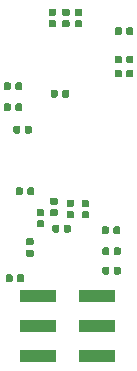
<source format=gbr>
G04 #@! TF.GenerationSoftware,KiCad,Pcbnew,5.0.1-33cea8e~68~ubuntu18.04.1*
G04 #@! TF.CreationDate,2018-11-09T20:27:09+01:00*
G04 #@! TF.ProjectId,Tiny-up5k,54696E792D7570356B2E6B696361645F,rev?*
G04 #@! TF.SameCoordinates,Original*
G04 #@! TF.FileFunction,Paste,Bot*
G04 #@! TF.FilePolarity,Positive*
%FSLAX46Y46*%
G04 Gerber Fmt 4.6, Leading zero omitted, Abs format (unit mm)*
G04 Created by KiCad (PCBNEW 5.0.1-33cea8e~68~ubuntu18.04.1) date vr 09 nov 2018 20:27:09 CET*
%MOMM*%
%LPD*%
G01*
G04 APERTURE LIST*
%ADD10R,3.150000X1.000000*%
%ADD11C,0.100000*%
%ADD12C,0.590000*%
G04 APERTURE END LIST*
D10*
G04 #@! TO.C,J5*
X148620000Y-131445000D03*
X153670000Y-131445000D03*
X148620000Y-128905000D03*
X153670000Y-128905000D03*
X148620000Y-126365000D03*
X153670000Y-126365000D03*
G04 #@! TD*
D11*
G04 #@! TO.C,C12*
G36*
X147989958Y-111948710D02*
X148004276Y-111950834D01*
X148018317Y-111954351D01*
X148031946Y-111959228D01*
X148045031Y-111965417D01*
X148057447Y-111972858D01*
X148069073Y-111981481D01*
X148079798Y-111991202D01*
X148089519Y-112001927D01*
X148098142Y-112013553D01*
X148105583Y-112025969D01*
X148111772Y-112039054D01*
X148116649Y-112052683D01*
X148120166Y-112066724D01*
X148122290Y-112081042D01*
X148123000Y-112095500D01*
X148123000Y-112440500D01*
X148122290Y-112454958D01*
X148120166Y-112469276D01*
X148116649Y-112483317D01*
X148111772Y-112496946D01*
X148105583Y-112510031D01*
X148098142Y-112522447D01*
X148089519Y-112534073D01*
X148079798Y-112544798D01*
X148069073Y-112554519D01*
X148057447Y-112563142D01*
X148045031Y-112570583D01*
X148031946Y-112576772D01*
X148018317Y-112581649D01*
X148004276Y-112585166D01*
X147989958Y-112587290D01*
X147975500Y-112588000D01*
X147680500Y-112588000D01*
X147666042Y-112587290D01*
X147651724Y-112585166D01*
X147637683Y-112581649D01*
X147624054Y-112576772D01*
X147610969Y-112570583D01*
X147598553Y-112563142D01*
X147586927Y-112554519D01*
X147576202Y-112544798D01*
X147566481Y-112534073D01*
X147557858Y-112522447D01*
X147550417Y-112510031D01*
X147544228Y-112496946D01*
X147539351Y-112483317D01*
X147535834Y-112469276D01*
X147533710Y-112454958D01*
X147533000Y-112440500D01*
X147533000Y-112095500D01*
X147533710Y-112081042D01*
X147535834Y-112066724D01*
X147539351Y-112052683D01*
X147544228Y-112039054D01*
X147550417Y-112025969D01*
X147557858Y-112013553D01*
X147566481Y-112001927D01*
X147576202Y-111991202D01*
X147586927Y-111981481D01*
X147598553Y-111972858D01*
X147610969Y-111965417D01*
X147624054Y-111959228D01*
X147637683Y-111954351D01*
X147651724Y-111950834D01*
X147666042Y-111948710D01*
X147680500Y-111948000D01*
X147975500Y-111948000D01*
X147989958Y-111948710D01*
X147989958Y-111948710D01*
G37*
D12*
X147828000Y-112268000D03*
D11*
G36*
X147019958Y-111948710D02*
X147034276Y-111950834D01*
X147048317Y-111954351D01*
X147061946Y-111959228D01*
X147075031Y-111965417D01*
X147087447Y-111972858D01*
X147099073Y-111981481D01*
X147109798Y-111991202D01*
X147119519Y-112001927D01*
X147128142Y-112013553D01*
X147135583Y-112025969D01*
X147141772Y-112039054D01*
X147146649Y-112052683D01*
X147150166Y-112066724D01*
X147152290Y-112081042D01*
X147153000Y-112095500D01*
X147153000Y-112440500D01*
X147152290Y-112454958D01*
X147150166Y-112469276D01*
X147146649Y-112483317D01*
X147141772Y-112496946D01*
X147135583Y-112510031D01*
X147128142Y-112522447D01*
X147119519Y-112534073D01*
X147109798Y-112544798D01*
X147099073Y-112554519D01*
X147087447Y-112563142D01*
X147075031Y-112570583D01*
X147061946Y-112576772D01*
X147048317Y-112581649D01*
X147034276Y-112585166D01*
X147019958Y-112587290D01*
X147005500Y-112588000D01*
X146710500Y-112588000D01*
X146696042Y-112587290D01*
X146681724Y-112585166D01*
X146667683Y-112581649D01*
X146654054Y-112576772D01*
X146640969Y-112570583D01*
X146628553Y-112563142D01*
X146616927Y-112554519D01*
X146606202Y-112544798D01*
X146596481Y-112534073D01*
X146587858Y-112522447D01*
X146580417Y-112510031D01*
X146574228Y-112496946D01*
X146569351Y-112483317D01*
X146565834Y-112469276D01*
X146563710Y-112454958D01*
X146563000Y-112440500D01*
X146563000Y-112095500D01*
X146563710Y-112081042D01*
X146565834Y-112066724D01*
X146569351Y-112052683D01*
X146574228Y-112039054D01*
X146580417Y-112025969D01*
X146587858Y-112013553D01*
X146596481Y-112001927D01*
X146606202Y-111991202D01*
X146616927Y-111981481D01*
X146628553Y-111972858D01*
X146640969Y-111965417D01*
X146654054Y-111959228D01*
X146667683Y-111954351D01*
X146681724Y-111950834D01*
X146696042Y-111948710D01*
X146710500Y-111948000D01*
X147005500Y-111948000D01*
X147019958Y-111948710D01*
X147019958Y-111948710D01*
G37*
D12*
X146858000Y-112268000D03*
G04 #@! TD*
D11*
G04 #@! TO.C,C1*
G36*
X155612958Y-103603810D02*
X155627276Y-103605934D01*
X155641317Y-103609451D01*
X155654946Y-103614328D01*
X155668031Y-103620517D01*
X155680447Y-103627958D01*
X155692073Y-103636581D01*
X155702798Y-103646302D01*
X155712519Y-103657027D01*
X155721142Y-103668653D01*
X155728583Y-103681069D01*
X155734772Y-103694154D01*
X155739649Y-103707783D01*
X155743166Y-103721824D01*
X155745290Y-103736142D01*
X155746000Y-103750600D01*
X155746000Y-104095600D01*
X155745290Y-104110058D01*
X155743166Y-104124376D01*
X155739649Y-104138417D01*
X155734772Y-104152046D01*
X155728583Y-104165131D01*
X155721142Y-104177547D01*
X155712519Y-104189173D01*
X155702798Y-104199898D01*
X155692073Y-104209619D01*
X155680447Y-104218242D01*
X155668031Y-104225683D01*
X155654946Y-104231872D01*
X155641317Y-104236749D01*
X155627276Y-104240266D01*
X155612958Y-104242390D01*
X155598500Y-104243100D01*
X155303500Y-104243100D01*
X155289042Y-104242390D01*
X155274724Y-104240266D01*
X155260683Y-104236749D01*
X155247054Y-104231872D01*
X155233969Y-104225683D01*
X155221553Y-104218242D01*
X155209927Y-104209619D01*
X155199202Y-104199898D01*
X155189481Y-104189173D01*
X155180858Y-104177547D01*
X155173417Y-104165131D01*
X155167228Y-104152046D01*
X155162351Y-104138417D01*
X155158834Y-104124376D01*
X155156710Y-104110058D01*
X155156000Y-104095600D01*
X155156000Y-103750600D01*
X155156710Y-103736142D01*
X155158834Y-103721824D01*
X155162351Y-103707783D01*
X155167228Y-103694154D01*
X155173417Y-103681069D01*
X155180858Y-103668653D01*
X155189481Y-103657027D01*
X155199202Y-103646302D01*
X155209927Y-103636581D01*
X155221553Y-103627958D01*
X155233969Y-103620517D01*
X155247054Y-103614328D01*
X155260683Y-103609451D01*
X155274724Y-103605934D01*
X155289042Y-103603810D01*
X155303500Y-103603100D01*
X155598500Y-103603100D01*
X155612958Y-103603810D01*
X155612958Y-103603810D01*
G37*
D12*
X155451000Y-103923100D03*
D11*
G36*
X156582958Y-103603810D02*
X156597276Y-103605934D01*
X156611317Y-103609451D01*
X156624946Y-103614328D01*
X156638031Y-103620517D01*
X156650447Y-103627958D01*
X156662073Y-103636581D01*
X156672798Y-103646302D01*
X156682519Y-103657027D01*
X156691142Y-103668653D01*
X156698583Y-103681069D01*
X156704772Y-103694154D01*
X156709649Y-103707783D01*
X156713166Y-103721824D01*
X156715290Y-103736142D01*
X156716000Y-103750600D01*
X156716000Y-104095600D01*
X156715290Y-104110058D01*
X156713166Y-104124376D01*
X156709649Y-104138417D01*
X156704772Y-104152046D01*
X156698583Y-104165131D01*
X156691142Y-104177547D01*
X156682519Y-104189173D01*
X156672798Y-104199898D01*
X156662073Y-104209619D01*
X156650447Y-104218242D01*
X156638031Y-104225683D01*
X156624946Y-104231872D01*
X156611317Y-104236749D01*
X156597276Y-104240266D01*
X156582958Y-104242390D01*
X156568500Y-104243100D01*
X156273500Y-104243100D01*
X156259042Y-104242390D01*
X156244724Y-104240266D01*
X156230683Y-104236749D01*
X156217054Y-104231872D01*
X156203969Y-104225683D01*
X156191553Y-104218242D01*
X156179927Y-104209619D01*
X156169202Y-104199898D01*
X156159481Y-104189173D01*
X156150858Y-104177547D01*
X156143417Y-104165131D01*
X156137228Y-104152046D01*
X156132351Y-104138417D01*
X156128834Y-104124376D01*
X156126710Y-104110058D01*
X156126000Y-104095600D01*
X156126000Y-103750600D01*
X156126710Y-103736142D01*
X156128834Y-103721824D01*
X156132351Y-103707783D01*
X156137228Y-103694154D01*
X156143417Y-103681069D01*
X156150858Y-103668653D01*
X156159481Y-103657027D01*
X156169202Y-103646302D01*
X156179927Y-103636581D01*
X156191553Y-103627958D01*
X156203969Y-103620517D01*
X156217054Y-103614328D01*
X156230683Y-103609451D01*
X156244724Y-103605934D01*
X156259042Y-103603810D01*
X156273500Y-103603100D01*
X156568500Y-103603100D01*
X156582958Y-103603810D01*
X156582958Y-103603810D01*
G37*
D12*
X156421000Y-103923100D03*
G04 #@! TD*
D11*
G04 #@! TO.C,C2*
G36*
X156582958Y-107203810D02*
X156597276Y-107205934D01*
X156611317Y-107209451D01*
X156624946Y-107214328D01*
X156638031Y-107220517D01*
X156650447Y-107227958D01*
X156662073Y-107236581D01*
X156672798Y-107246302D01*
X156682519Y-107257027D01*
X156691142Y-107268653D01*
X156698583Y-107281069D01*
X156704772Y-107294154D01*
X156709649Y-107307783D01*
X156713166Y-107321824D01*
X156715290Y-107336142D01*
X156716000Y-107350600D01*
X156716000Y-107695600D01*
X156715290Y-107710058D01*
X156713166Y-107724376D01*
X156709649Y-107738417D01*
X156704772Y-107752046D01*
X156698583Y-107765131D01*
X156691142Y-107777547D01*
X156682519Y-107789173D01*
X156672798Y-107799898D01*
X156662073Y-107809619D01*
X156650447Y-107818242D01*
X156638031Y-107825683D01*
X156624946Y-107831872D01*
X156611317Y-107836749D01*
X156597276Y-107840266D01*
X156582958Y-107842390D01*
X156568500Y-107843100D01*
X156273500Y-107843100D01*
X156259042Y-107842390D01*
X156244724Y-107840266D01*
X156230683Y-107836749D01*
X156217054Y-107831872D01*
X156203969Y-107825683D01*
X156191553Y-107818242D01*
X156179927Y-107809619D01*
X156169202Y-107799898D01*
X156159481Y-107789173D01*
X156150858Y-107777547D01*
X156143417Y-107765131D01*
X156137228Y-107752046D01*
X156132351Y-107738417D01*
X156128834Y-107724376D01*
X156126710Y-107710058D01*
X156126000Y-107695600D01*
X156126000Y-107350600D01*
X156126710Y-107336142D01*
X156128834Y-107321824D01*
X156132351Y-107307783D01*
X156137228Y-107294154D01*
X156143417Y-107281069D01*
X156150858Y-107268653D01*
X156159481Y-107257027D01*
X156169202Y-107246302D01*
X156179927Y-107236581D01*
X156191553Y-107227958D01*
X156203969Y-107220517D01*
X156217054Y-107214328D01*
X156230683Y-107209451D01*
X156244724Y-107205934D01*
X156259042Y-107203810D01*
X156273500Y-107203100D01*
X156568500Y-107203100D01*
X156582958Y-107203810D01*
X156582958Y-107203810D01*
G37*
D12*
X156421000Y-107523100D03*
D11*
G36*
X155612958Y-107203810D02*
X155627276Y-107205934D01*
X155641317Y-107209451D01*
X155654946Y-107214328D01*
X155668031Y-107220517D01*
X155680447Y-107227958D01*
X155692073Y-107236581D01*
X155702798Y-107246302D01*
X155712519Y-107257027D01*
X155721142Y-107268653D01*
X155728583Y-107281069D01*
X155734772Y-107294154D01*
X155739649Y-107307783D01*
X155743166Y-107321824D01*
X155745290Y-107336142D01*
X155746000Y-107350600D01*
X155746000Y-107695600D01*
X155745290Y-107710058D01*
X155743166Y-107724376D01*
X155739649Y-107738417D01*
X155734772Y-107752046D01*
X155728583Y-107765131D01*
X155721142Y-107777547D01*
X155712519Y-107789173D01*
X155702798Y-107799898D01*
X155692073Y-107809619D01*
X155680447Y-107818242D01*
X155668031Y-107825683D01*
X155654946Y-107831872D01*
X155641317Y-107836749D01*
X155627276Y-107840266D01*
X155612958Y-107842390D01*
X155598500Y-107843100D01*
X155303500Y-107843100D01*
X155289042Y-107842390D01*
X155274724Y-107840266D01*
X155260683Y-107836749D01*
X155247054Y-107831872D01*
X155233969Y-107825683D01*
X155221553Y-107818242D01*
X155209927Y-107809619D01*
X155199202Y-107799898D01*
X155189481Y-107789173D01*
X155180858Y-107777547D01*
X155173417Y-107765131D01*
X155167228Y-107752046D01*
X155162351Y-107738417D01*
X155158834Y-107724376D01*
X155156710Y-107710058D01*
X155156000Y-107695600D01*
X155156000Y-107350600D01*
X155156710Y-107336142D01*
X155158834Y-107321824D01*
X155162351Y-107307783D01*
X155167228Y-107294154D01*
X155173417Y-107281069D01*
X155180858Y-107268653D01*
X155189481Y-107257027D01*
X155199202Y-107246302D01*
X155209927Y-107236581D01*
X155221553Y-107227958D01*
X155233969Y-107220517D01*
X155247054Y-107214328D01*
X155260683Y-107209451D01*
X155274724Y-107205934D01*
X155289042Y-107203810D01*
X155303500Y-107203100D01*
X155598500Y-107203100D01*
X155612958Y-107203810D01*
X155612958Y-107203810D01*
G37*
D12*
X155451000Y-107523100D03*
G04 #@! TD*
D11*
G04 #@! TO.C,C3*
G36*
X151141958Y-108900710D02*
X151156276Y-108902834D01*
X151170317Y-108906351D01*
X151183946Y-108911228D01*
X151197031Y-108917417D01*
X151209447Y-108924858D01*
X151221073Y-108933481D01*
X151231798Y-108943202D01*
X151241519Y-108953927D01*
X151250142Y-108965553D01*
X151257583Y-108977969D01*
X151263772Y-108991054D01*
X151268649Y-109004683D01*
X151272166Y-109018724D01*
X151274290Y-109033042D01*
X151275000Y-109047500D01*
X151275000Y-109392500D01*
X151274290Y-109406958D01*
X151272166Y-109421276D01*
X151268649Y-109435317D01*
X151263772Y-109448946D01*
X151257583Y-109462031D01*
X151250142Y-109474447D01*
X151241519Y-109486073D01*
X151231798Y-109496798D01*
X151221073Y-109506519D01*
X151209447Y-109515142D01*
X151197031Y-109522583D01*
X151183946Y-109528772D01*
X151170317Y-109533649D01*
X151156276Y-109537166D01*
X151141958Y-109539290D01*
X151127500Y-109540000D01*
X150832500Y-109540000D01*
X150818042Y-109539290D01*
X150803724Y-109537166D01*
X150789683Y-109533649D01*
X150776054Y-109528772D01*
X150762969Y-109522583D01*
X150750553Y-109515142D01*
X150738927Y-109506519D01*
X150728202Y-109496798D01*
X150718481Y-109486073D01*
X150709858Y-109474447D01*
X150702417Y-109462031D01*
X150696228Y-109448946D01*
X150691351Y-109435317D01*
X150687834Y-109421276D01*
X150685710Y-109406958D01*
X150685000Y-109392500D01*
X150685000Y-109047500D01*
X150685710Y-109033042D01*
X150687834Y-109018724D01*
X150691351Y-109004683D01*
X150696228Y-108991054D01*
X150702417Y-108977969D01*
X150709858Y-108965553D01*
X150718481Y-108953927D01*
X150728202Y-108943202D01*
X150738927Y-108933481D01*
X150750553Y-108924858D01*
X150762969Y-108917417D01*
X150776054Y-108911228D01*
X150789683Y-108906351D01*
X150803724Y-108902834D01*
X150818042Y-108900710D01*
X150832500Y-108900000D01*
X151127500Y-108900000D01*
X151141958Y-108900710D01*
X151141958Y-108900710D01*
G37*
D12*
X150980000Y-109220000D03*
D11*
G36*
X150171958Y-108900710D02*
X150186276Y-108902834D01*
X150200317Y-108906351D01*
X150213946Y-108911228D01*
X150227031Y-108917417D01*
X150239447Y-108924858D01*
X150251073Y-108933481D01*
X150261798Y-108943202D01*
X150271519Y-108953927D01*
X150280142Y-108965553D01*
X150287583Y-108977969D01*
X150293772Y-108991054D01*
X150298649Y-109004683D01*
X150302166Y-109018724D01*
X150304290Y-109033042D01*
X150305000Y-109047500D01*
X150305000Y-109392500D01*
X150304290Y-109406958D01*
X150302166Y-109421276D01*
X150298649Y-109435317D01*
X150293772Y-109448946D01*
X150287583Y-109462031D01*
X150280142Y-109474447D01*
X150271519Y-109486073D01*
X150261798Y-109496798D01*
X150251073Y-109506519D01*
X150239447Y-109515142D01*
X150227031Y-109522583D01*
X150213946Y-109528772D01*
X150200317Y-109533649D01*
X150186276Y-109537166D01*
X150171958Y-109539290D01*
X150157500Y-109540000D01*
X149862500Y-109540000D01*
X149848042Y-109539290D01*
X149833724Y-109537166D01*
X149819683Y-109533649D01*
X149806054Y-109528772D01*
X149792969Y-109522583D01*
X149780553Y-109515142D01*
X149768927Y-109506519D01*
X149758202Y-109496798D01*
X149748481Y-109486073D01*
X149739858Y-109474447D01*
X149732417Y-109462031D01*
X149726228Y-109448946D01*
X149721351Y-109435317D01*
X149717834Y-109421276D01*
X149715710Y-109406958D01*
X149715000Y-109392500D01*
X149715000Y-109047500D01*
X149715710Y-109033042D01*
X149717834Y-109018724D01*
X149721351Y-109004683D01*
X149726228Y-108991054D01*
X149732417Y-108977969D01*
X149739858Y-108965553D01*
X149748481Y-108953927D01*
X149758202Y-108943202D01*
X149768927Y-108933481D01*
X149780553Y-108924858D01*
X149792969Y-108917417D01*
X149806054Y-108911228D01*
X149819683Y-108906351D01*
X149833724Y-108902834D01*
X149848042Y-108900710D01*
X149862500Y-108900000D01*
X150157500Y-108900000D01*
X150171958Y-108900710D01*
X150171958Y-108900710D01*
G37*
D12*
X150010000Y-109220000D03*
G04 #@! TD*
D11*
G04 #@! TO.C,C4*
G36*
X156582958Y-106003810D02*
X156597276Y-106005934D01*
X156611317Y-106009451D01*
X156624946Y-106014328D01*
X156638031Y-106020517D01*
X156650447Y-106027958D01*
X156662073Y-106036581D01*
X156672798Y-106046302D01*
X156682519Y-106057027D01*
X156691142Y-106068653D01*
X156698583Y-106081069D01*
X156704772Y-106094154D01*
X156709649Y-106107783D01*
X156713166Y-106121824D01*
X156715290Y-106136142D01*
X156716000Y-106150600D01*
X156716000Y-106495600D01*
X156715290Y-106510058D01*
X156713166Y-106524376D01*
X156709649Y-106538417D01*
X156704772Y-106552046D01*
X156698583Y-106565131D01*
X156691142Y-106577547D01*
X156682519Y-106589173D01*
X156672798Y-106599898D01*
X156662073Y-106609619D01*
X156650447Y-106618242D01*
X156638031Y-106625683D01*
X156624946Y-106631872D01*
X156611317Y-106636749D01*
X156597276Y-106640266D01*
X156582958Y-106642390D01*
X156568500Y-106643100D01*
X156273500Y-106643100D01*
X156259042Y-106642390D01*
X156244724Y-106640266D01*
X156230683Y-106636749D01*
X156217054Y-106631872D01*
X156203969Y-106625683D01*
X156191553Y-106618242D01*
X156179927Y-106609619D01*
X156169202Y-106599898D01*
X156159481Y-106589173D01*
X156150858Y-106577547D01*
X156143417Y-106565131D01*
X156137228Y-106552046D01*
X156132351Y-106538417D01*
X156128834Y-106524376D01*
X156126710Y-106510058D01*
X156126000Y-106495600D01*
X156126000Y-106150600D01*
X156126710Y-106136142D01*
X156128834Y-106121824D01*
X156132351Y-106107783D01*
X156137228Y-106094154D01*
X156143417Y-106081069D01*
X156150858Y-106068653D01*
X156159481Y-106057027D01*
X156169202Y-106046302D01*
X156179927Y-106036581D01*
X156191553Y-106027958D01*
X156203969Y-106020517D01*
X156217054Y-106014328D01*
X156230683Y-106009451D01*
X156244724Y-106005934D01*
X156259042Y-106003810D01*
X156273500Y-106003100D01*
X156568500Y-106003100D01*
X156582958Y-106003810D01*
X156582958Y-106003810D01*
G37*
D12*
X156421000Y-106323100D03*
D11*
G36*
X155612958Y-106003810D02*
X155627276Y-106005934D01*
X155641317Y-106009451D01*
X155654946Y-106014328D01*
X155668031Y-106020517D01*
X155680447Y-106027958D01*
X155692073Y-106036581D01*
X155702798Y-106046302D01*
X155712519Y-106057027D01*
X155721142Y-106068653D01*
X155728583Y-106081069D01*
X155734772Y-106094154D01*
X155739649Y-106107783D01*
X155743166Y-106121824D01*
X155745290Y-106136142D01*
X155746000Y-106150600D01*
X155746000Y-106495600D01*
X155745290Y-106510058D01*
X155743166Y-106524376D01*
X155739649Y-106538417D01*
X155734772Y-106552046D01*
X155728583Y-106565131D01*
X155721142Y-106577547D01*
X155712519Y-106589173D01*
X155702798Y-106599898D01*
X155692073Y-106609619D01*
X155680447Y-106618242D01*
X155668031Y-106625683D01*
X155654946Y-106631872D01*
X155641317Y-106636749D01*
X155627276Y-106640266D01*
X155612958Y-106642390D01*
X155598500Y-106643100D01*
X155303500Y-106643100D01*
X155289042Y-106642390D01*
X155274724Y-106640266D01*
X155260683Y-106636749D01*
X155247054Y-106631872D01*
X155233969Y-106625683D01*
X155221553Y-106618242D01*
X155209927Y-106609619D01*
X155199202Y-106599898D01*
X155189481Y-106589173D01*
X155180858Y-106577547D01*
X155173417Y-106565131D01*
X155167228Y-106552046D01*
X155162351Y-106538417D01*
X155158834Y-106524376D01*
X155156710Y-106510058D01*
X155156000Y-106495600D01*
X155156000Y-106150600D01*
X155156710Y-106136142D01*
X155158834Y-106121824D01*
X155162351Y-106107783D01*
X155167228Y-106094154D01*
X155173417Y-106081069D01*
X155180858Y-106068653D01*
X155189481Y-106057027D01*
X155199202Y-106046302D01*
X155209927Y-106036581D01*
X155221553Y-106027958D01*
X155233969Y-106020517D01*
X155247054Y-106014328D01*
X155260683Y-106009451D01*
X155274724Y-106005934D01*
X155289042Y-106003810D01*
X155303500Y-106003100D01*
X155598500Y-106003100D01*
X155612958Y-106003810D01*
X155612958Y-106003810D01*
G37*
D12*
X155451000Y-106323100D03*
G04 #@! TD*
D11*
G04 #@! TO.C,C5*
G36*
X154512958Y-120457710D02*
X154527276Y-120459834D01*
X154541317Y-120463351D01*
X154554946Y-120468228D01*
X154568031Y-120474417D01*
X154580447Y-120481858D01*
X154592073Y-120490481D01*
X154602798Y-120500202D01*
X154612519Y-120510927D01*
X154621142Y-120522553D01*
X154628583Y-120534969D01*
X154634772Y-120548054D01*
X154639649Y-120561683D01*
X154643166Y-120575724D01*
X154645290Y-120590042D01*
X154646000Y-120604500D01*
X154646000Y-120949500D01*
X154645290Y-120963958D01*
X154643166Y-120978276D01*
X154639649Y-120992317D01*
X154634772Y-121005946D01*
X154628583Y-121019031D01*
X154621142Y-121031447D01*
X154612519Y-121043073D01*
X154602798Y-121053798D01*
X154592073Y-121063519D01*
X154580447Y-121072142D01*
X154568031Y-121079583D01*
X154554946Y-121085772D01*
X154541317Y-121090649D01*
X154527276Y-121094166D01*
X154512958Y-121096290D01*
X154498500Y-121097000D01*
X154203500Y-121097000D01*
X154189042Y-121096290D01*
X154174724Y-121094166D01*
X154160683Y-121090649D01*
X154147054Y-121085772D01*
X154133969Y-121079583D01*
X154121553Y-121072142D01*
X154109927Y-121063519D01*
X154099202Y-121053798D01*
X154089481Y-121043073D01*
X154080858Y-121031447D01*
X154073417Y-121019031D01*
X154067228Y-121005946D01*
X154062351Y-120992317D01*
X154058834Y-120978276D01*
X154056710Y-120963958D01*
X154056000Y-120949500D01*
X154056000Y-120604500D01*
X154056710Y-120590042D01*
X154058834Y-120575724D01*
X154062351Y-120561683D01*
X154067228Y-120548054D01*
X154073417Y-120534969D01*
X154080858Y-120522553D01*
X154089481Y-120510927D01*
X154099202Y-120500202D01*
X154109927Y-120490481D01*
X154121553Y-120481858D01*
X154133969Y-120474417D01*
X154147054Y-120468228D01*
X154160683Y-120463351D01*
X154174724Y-120459834D01*
X154189042Y-120457710D01*
X154203500Y-120457000D01*
X154498500Y-120457000D01*
X154512958Y-120457710D01*
X154512958Y-120457710D01*
G37*
D12*
X154351000Y-120777000D03*
D11*
G36*
X155482958Y-120457710D02*
X155497276Y-120459834D01*
X155511317Y-120463351D01*
X155524946Y-120468228D01*
X155538031Y-120474417D01*
X155550447Y-120481858D01*
X155562073Y-120490481D01*
X155572798Y-120500202D01*
X155582519Y-120510927D01*
X155591142Y-120522553D01*
X155598583Y-120534969D01*
X155604772Y-120548054D01*
X155609649Y-120561683D01*
X155613166Y-120575724D01*
X155615290Y-120590042D01*
X155616000Y-120604500D01*
X155616000Y-120949500D01*
X155615290Y-120963958D01*
X155613166Y-120978276D01*
X155609649Y-120992317D01*
X155604772Y-121005946D01*
X155598583Y-121019031D01*
X155591142Y-121031447D01*
X155582519Y-121043073D01*
X155572798Y-121053798D01*
X155562073Y-121063519D01*
X155550447Y-121072142D01*
X155538031Y-121079583D01*
X155524946Y-121085772D01*
X155511317Y-121090649D01*
X155497276Y-121094166D01*
X155482958Y-121096290D01*
X155468500Y-121097000D01*
X155173500Y-121097000D01*
X155159042Y-121096290D01*
X155144724Y-121094166D01*
X155130683Y-121090649D01*
X155117054Y-121085772D01*
X155103969Y-121079583D01*
X155091553Y-121072142D01*
X155079927Y-121063519D01*
X155069202Y-121053798D01*
X155059481Y-121043073D01*
X155050858Y-121031447D01*
X155043417Y-121019031D01*
X155037228Y-121005946D01*
X155032351Y-120992317D01*
X155028834Y-120978276D01*
X155026710Y-120963958D01*
X155026000Y-120949500D01*
X155026000Y-120604500D01*
X155026710Y-120590042D01*
X155028834Y-120575724D01*
X155032351Y-120561683D01*
X155037228Y-120548054D01*
X155043417Y-120534969D01*
X155050858Y-120522553D01*
X155059481Y-120510927D01*
X155069202Y-120500202D01*
X155079927Y-120490481D01*
X155091553Y-120481858D01*
X155103969Y-120474417D01*
X155117054Y-120468228D01*
X155130683Y-120463351D01*
X155144724Y-120459834D01*
X155159042Y-120457710D01*
X155173500Y-120457000D01*
X155468500Y-120457000D01*
X155482958Y-120457710D01*
X155482958Y-120457710D01*
G37*
D12*
X155321000Y-120777000D03*
G04 #@! TD*
D11*
G04 #@! TO.C,C6*
G36*
X149030958Y-118981710D02*
X149045276Y-118983834D01*
X149059317Y-118987351D01*
X149072946Y-118992228D01*
X149086031Y-118998417D01*
X149098447Y-119005858D01*
X149110073Y-119014481D01*
X149120798Y-119024202D01*
X149130519Y-119034927D01*
X149139142Y-119046553D01*
X149146583Y-119058969D01*
X149152772Y-119072054D01*
X149157649Y-119085683D01*
X149161166Y-119099724D01*
X149163290Y-119114042D01*
X149164000Y-119128500D01*
X149164000Y-119423500D01*
X149163290Y-119437958D01*
X149161166Y-119452276D01*
X149157649Y-119466317D01*
X149152772Y-119479946D01*
X149146583Y-119493031D01*
X149139142Y-119505447D01*
X149130519Y-119517073D01*
X149120798Y-119527798D01*
X149110073Y-119537519D01*
X149098447Y-119546142D01*
X149086031Y-119553583D01*
X149072946Y-119559772D01*
X149059317Y-119564649D01*
X149045276Y-119568166D01*
X149030958Y-119570290D01*
X149016500Y-119571000D01*
X148671500Y-119571000D01*
X148657042Y-119570290D01*
X148642724Y-119568166D01*
X148628683Y-119564649D01*
X148615054Y-119559772D01*
X148601969Y-119553583D01*
X148589553Y-119546142D01*
X148577927Y-119537519D01*
X148567202Y-119527798D01*
X148557481Y-119517073D01*
X148548858Y-119505447D01*
X148541417Y-119493031D01*
X148535228Y-119479946D01*
X148530351Y-119466317D01*
X148526834Y-119452276D01*
X148524710Y-119437958D01*
X148524000Y-119423500D01*
X148524000Y-119128500D01*
X148524710Y-119114042D01*
X148526834Y-119099724D01*
X148530351Y-119085683D01*
X148535228Y-119072054D01*
X148541417Y-119058969D01*
X148548858Y-119046553D01*
X148557481Y-119034927D01*
X148567202Y-119024202D01*
X148577927Y-119014481D01*
X148589553Y-119005858D01*
X148601969Y-118998417D01*
X148615054Y-118992228D01*
X148628683Y-118987351D01*
X148642724Y-118983834D01*
X148657042Y-118981710D01*
X148671500Y-118981000D01*
X149016500Y-118981000D01*
X149030958Y-118981710D01*
X149030958Y-118981710D01*
G37*
D12*
X148844000Y-119276000D03*
D11*
G36*
X149030958Y-119951710D02*
X149045276Y-119953834D01*
X149059317Y-119957351D01*
X149072946Y-119962228D01*
X149086031Y-119968417D01*
X149098447Y-119975858D01*
X149110073Y-119984481D01*
X149120798Y-119994202D01*
X149130519Y-120004927D01*
X149139142Y-120016553D01*
X149146583Y-120028969D01*
X149152772Y-120042054D01*
X149157649Y-120055683D01*
X149161166Y-120069724D01*
X149163290Y-120084042D01*
X149164000Y-120098500D01*
X149164000Y-120393500D01*
X149163290Y-120407958D01*
X149161166Y-120422276D01*
X149157649Y-120436317D01*
X149152772Y-120449946D01*
X149146583Y-120463031D01*
X149139142Y-120475447D01*
X149130519Y-120487073D01*
X149120798Y-120497798D01*
X149110073Y-120507519D01*
X149098447Y-120516142D01*
X149086031Y-120523583D01*
X149072946Y-120529772D01*
X149059317Y-120534649D01*
X149045276Y-120538166D01*
X149030958Y-120540290D01*
X149016500Y-120541000D01*
X148671500Y-120541000D01*
X148657042Y-120540290D01*
X148642724Y-120538166D01*
X148628683Y-120534649D01*
X148615054Y-120529772D01*
X148601969Y-120523583D01*
X148589553Y-120516142D01*
X148577927Y-120507519D01*
X148567202Y-120497798D01*
X148557481Y-120487073D01*
X148548858Y-120475447D01*
X148541417Y-120463031D01*
X148535228Y-120449946D01*
X148530351Y-120436317D01*
X148526834Y-120422276D01*
X148524710Y-120407958D01*
X148524000Y-120393500D01*
X148524000Y-120098500D01*
X148524710Y-120084042D01*
X148526834Y-120069724D01*
X148530351Y-120055683D01*
X148535228Y-120042054D01*
X148541417Y-120028969D01*
X148548858Y-120016553D01*
X148557481Y-120004927D01*
X148567202Y-119994202D01*
X148577927Y-119984481D01*
X148589553Y-119975858D01*
X148601969Y-119968417D01*
X148615054Y-119962228D01*
X148628683Y-119957351D01*
X148642724Y-119953834D01*
X148657042Y-119951710D01*
X148671500Y-119951000D01*
X149016500Y-119951000D01*
X149030958Y-119951710D01*
X149030958Y-119951710D01*
G37*
D12*
X148844000Y-120246000D03*
G04 #@! TD*
D11*
G04 #@! TO.C,C8*
G36*
X147227958Y-117155710D02*
X147242276Y-117157834D01*
X147256317Y-117161351D01*
X147269946Y-117166228D01*
X147283031Y-117172417D01*
X147295447Y-117179858D01*
X147307073Y-117188481D01*
X147317798Y-117198202D01*
X147327519Y-117208927D01*
X147336142Y-117220553D01*
X147343583Y-117232969D01*
X147349772Y-117246054D01*
X147354649Y-117259683D01*
X147358166Y-117273724D01*
X147360290Y-117288042D01*
X147361000Y-117302500D01*
X147361000Y-117647500D01*
X147360290Y-117661958D01*
X147358166Y-117676276D01*
X147354649Y-117690317D01*
X147349772Y-117703946D01*
X147343583Y-117717031D01*
X147336142Y-117729447D01*
X147327519Y-117741073D01*
X147317798Y-117751798D01*
X147307073Y-117761519D01*
X147295447Y-117770142D01*
X147283031Y-117777583D01*
X147269946Y-117783772D01*
X147256317Y-117788649D01*
X147242276Y-117792166D01*
X147227958Y-117794290D01*
X147213500Y-117795000D01*
X146918500Y-117795000D01*
X146904042Y-117794290D01*
X146889724Y-117792166D01*
X146875683Y-117788649D01*
X146862054Y-117783772D01*
X146848969Y-117777583D01*
X146836553Y-117770142D01*
X146824927Y-117761519D01*
X146814202Y-117751798D01*
X146804481Y-117741073D01*
X146795858Y-117729447D01*
X146788417Y-117717031D01*
X146782228Y-117703946D01*
X146777351Y-117690317D01*
X146773834Y-117676276D01*
X146771710Y-117661958D01*
X146771000Y-117647500D01*
X146771000Y-117302500D01*
X146771710Y-117288042D01*
X146773834Y-117273724D01*
X146777351Y-117259683D01*
X146782228Y-117246054D01*
X146788417Y-117232969D01*
X146795858Y-117220553D01*
X146804481Y-117208927D01*
X146814202Y-117198202D01*
X146824927Y-117188481D01*
X146836553Y-117179858D01*
X146848969Y-117172417D01*
X146862054Y-117166228D01*
X146875683Y-117161351D01*
X146889724Y-117157834D01*
X146904042Y-117155710D01*
X146918500Y-117155000D01*
X147213500Y-117155000D01*
X147227958Y-117155710D01*
X147227958Y-117155710D01*
G37*
D12*
X147066000Y-117475000D03*
D11*
G36*
X148197958Y-117155710D02*
X148212276Y-117157834D01*
X148226317Y-117161351D01*
X148239946Y-117166228D01*
X148253031Y-117172417D01*
X148265447Y-117179858D01*
X148277073Y-117188481D01*
X148287798Y-117198202D01*
X148297519Y-117208927D01*
X148306142Y-117220553D01*
X148313583Y-117232969D01*
X148319772Y-117246054D01*
X148324649Y-117259683D01*
X148328166Y-117273724D01*
X148330290Y-117288042D01*
X148331000Y-117302500D01*
X148331000Y-117647500D01*
X148330290Y-117661958D01*
X148328166Y-117676276D01*
X148324649Y-117690317D01*
X148319772Y-117703946D01*
X148313583Y-117717031D01*
X148306142Y-117729447D01*
X148297519Y-117741073D01*
X148287798Y-117751798D01*
X148277073Y-117761519D01*
X148265447Y-117770142D01*
X148253031Y-117777583D01*
X148239946Y-117783772D01*
X148226317Y-117788649D01*
X148212276Y-117792166D01*
X148197958Y-117794290D01*
X148183500Y-117795000D01*
X147888500Y-117795000D01*
X147874042Y-117794290D01*
X147859724Y-117792166D01*
X147845683Y-117788649D01*
X147832054Y-117783772D01*
X147818969Y-117777583D01*
X147806553Y-117770142D01*
X147794927Y-117761519D01*
X147784202Y-117751798D01*
X147774481Y-117741073D01*
X147765858Y-117729447D01*
X147758417Y-117717031D01*
X147752228Y-117703946D01*
X147747351Y-117690317D01*
X147743834Y-117676276D01*
X147741710Y-117661958D01*
X147741000Y-117647500D01*
X147741000Y-117302500D01*
X147741710Y-117288042D01*
X147743834Y-117273724D01*
X147747351Y-117259683D01*
X147752228Y-117246054D01*
X147758417Y-117232969D01*
X147765858Y-117220553D01*
X147774481Y-117208927D01*
X147784202Y-117198202D01*
X147794927Y-117188481D01*
X147806553Y-117179858D01*
X147818969Y-117172417D01*
X147832054Y-117166228D01*
X147845683Y-117161351D01*
X147859724Y-117157834D01*
X147874042Y-117155710D01*
X147888500Y-117155000D01*
X148183500Y-117155000D01*
X148197958Y-117155710D01*
X148197958Y-117155710D01*
G37*
D12*
X148036000Y-117475000D03*
G04 #@! TD*
D11*
G04 #@! TO.C,C9*
G36*
X152840958Y-119189710D02*
X152855276Y-119191834D01*
X152869317Y-119195351D01*
X152882946Y-119200228D01*
X152896031Y-119206417D01*
X152908447Y-119213858D01*
X152920073Y-119222481D01*
X152930798Y-119232202D01*
X152940519Y-119242927D01*
X152949142Y-119254553D01*
X152956583Y-119266969D01*
X152962772Y-119280054D01*
X152967649Y-119293683D01*
X152971166Y-119307724D01*
X152973290Y-119322042D01*
X152974000Y-119336500D01*
X152974000Y-119631500D01*
X152973290Y-119645958D01*
X152971166Y-119660276D01*
X152967649Y-119674317D01*
X152962772Y-119687946D01*
X152956583Y-119701031D01*
X152949142Y-119713447D01*
X152940519Y-119725073D01*
X152930798Y-119735798D01*
X152920073Y-119745519D01*
X152908447Y-119754142D01*
X152896031Y-119761583D01*
X152882946Y-119767772D01*
X152869317Y-119772649D01*
X152855276Y-119776166D01*
X152840958Y-119778290D01*
X152826500Y-119779000D01*
X152481500Y-119779000D01*
X152467042Y-119778290D01*
X152452724Y-119776166D01*
X152438683Y-119772649D01*
X152425054Y-119767772D01*
X152411969Y-119761583D01*
X152399553Y-119754142D01*
X152387927Y-119745519D01*
X152377202Y-119735798D01*
X152367481Y-119725073D01*
X152358858Y-119713447D01*
X152351417Y-119701031D01*
X152345228Y-119687946D01*
X152340351Y-119674317D01*
X152336834Y-119660276D01*
X152334710Y-119645958D01*
X152334000Y-119631500D01*
X152334000Y-119336500D01*
X152334710Y-119322042D01*
X152336834Y-119307724D01*
X152340351Y-119293683D01*
X152345228Y-119280054D01*
X152351417Y-119266969D01*
X152358858Y-119254553D01*
X152367481Y-119242927D01*
X152377202Y-119232202D01*
X152387927Y-119222481D01*
X152399553Y-119213858D01*
X152411969Y-119206417D01*
X152425054Y-119200228D01*
X152438683Y-119195351D01*
X152452724Y-119191834D01*
X152467042Y-119189710D01*
X152481500Y-119189000D01*
X152826500Y-119189000D01*
X152840958Y-119189710D01*
X152840958Y-119189710D01*
G37*
D12*
X152654000Y-119484000D03*
D11*
G36*
X152840958Y-118219710D02*
X152855276Y-118221834D01*
X152869317Y-118225351D01*
X152882946Y-118230228D01*
X152896031Y-118236417D01*
X152908447Y-118243858D01*
X152920073Y-118252481D01*
X152930798Y-118262202D01*
X152940519Y-118272927D01*
X152949142Y-118284553D01*
X152956583Y-118296969D01*
X152962772Y-118310054D01*
X152967649Y-118323683D01*
X152971166Y-118337724D01*
X152973290Y-118352042D01*
X152974000Y-118366500D01*
X152974000Y-118661500D01*
X152973290Y-118675958D01*
X152971166Y-118690276D01*
X152967649Y-118704317D01*
X152962772Y-118717946D01*
X152956583Y-118731031D01*
X152949142Y-118743447D01*
X152940519Y-118755073D01*
X152930798Y-118765798D01*
X152920073Y-118775519D01*
X152908447Y-118784142D01*
X152896031Y-118791583D01*
X152882946Y-118797772D01*
X152869317Y-118802649D01*
X152855276Y-118806166D01*
X152840958Y-118808290D01*
X152826500Y-118809000D01*
X152481500Y-118809000D01*
X152467042Y-118808290D01*
X152452724Y-118806166D01*
X152438683Y-118802649D01*
X152425054Y-118797772D01*
X152411969Y-118791583D01*
X152399553Y-118784142D01*
X152387927Y-118775519D01*
X152377202Y-118765798D01*
X152367481Y-118755073D01*
X152358858Y-118743447D01*
X152351417Y-118731031D01*
X152345228Y-118717946D01*
X152340351Y-118704317D01*
X152336834Y-118690276D01*
X152334710Y-118675958D01*
X152334000Y-118661500D01*
X152334000Y-118366500D01*
X152334710Y-118352042D01*
X152336834Y-118337724D01*
X152340351Y-118323683D01*
X152345228Y-118310054D01*
X152351417Y-118296969D01*
X152358858Y-118284553D01*
X152367481Y-118272927D01*
X152377202Y-118262202D01*
X152387927Y-118252481D01*
X152399553Y-118243858D01*
X152411969Y-118236417D01*
X152425054Y-118230228D01*
X152438683Y-118225351D01*
X152452724Y-118221834D01*
X152467042Y-118219710D01*
X152481500Y-118219000D01*
X152826500Y-118219000D01*
X152840958Y-118219710D01*
X152840958Y-118219710D01*
G37*
D12*
X152654000Y-118514000D03*
G04 #@! TD*
D11*
G04 #@! TO.C,C10*
G36*
X146211958Y-108265710D02*
X146226276Y-108267834D01*
X146240317Y-108271351D01*
X146253946Y-108276228D01*
X146267031Y-108282417D01*
X146279447Y-108289858D01*
X146291073Y-108298481D01*
X146301798Y-108308202D01*
X146311519Y-108318927D01*
X146320142Y-108330553D01*
X146327583Y-108342969D01*
X146333772Y-108356054D01*
X146338649Y-108369683D01*
X146342166Y-108383724D01*
X146344290Y-108398042D01*
X146345000Y-108412500D01*
X146345000Y-108757500D01*
X146344290Y-108771958D01*
X146342166Y-108786276D01*
X146338649Y-108800317D01*
X146333772Y-108813946D01*
X146327583Y-108827031D01*
X146320142Y-108839447D01*
X146311519Y-108851073D01*
X146301798Y-108861798D01*
X146291073Y-108871519D01*
X146279447Y-108880142D01*
X146267031Y-108887583D01*
X146253946Y-108893772D01*
X146240317Y-108898649D01*
X146226276Y-108902166D01*
X146211958Y-108904290D01*
X146197500Y-108905000D01*
X145902500Y-108905000D01*
X145888042Y-108904290D01*
X145873724Y-108902166D01*
X145859683Y-108898649D01*
X145846054Y-108893772D01*
X145832969Y-108887583D01*
X145820553Y-108880142D01*
X145808927Y-108871519D01*
X145798202Y-108861798D01*
X145788481Y-108851073D01*
X145779858Y-108839447D01*
X145772417Y-108827031D01*
X145766228Y-108813946D01*
X145761351Y-108800317D01*
X145757834Y-108786276D01*
X145755710Y-108771958D01*
X145755000Y-108757500D01*
X145755000Y-108412500D01*
X145755710Y-108398042D01*
X145757834Y-108383724D01*
X145761351Y-108369683D01*
X145766228Y-108356054D01*
X145772417Y-108342969D01*
X145779858Y-108330553D01*
X145788481Y-108318927D01*
X145798202Y-108308202D01*
X145808927Y-108298481D01*
X145820553Y-108289858D01*
X145832969Y-108282417D01*
X145846054Y-108276228D01*
X145859683Y-108271351D01*
X145873724Y-108267834D01*
X145888042Y-108265710D01*
X145902500Y-108265000D01*
X146197500Y-108265000D01*
X146211958Y-108265710D01*
X146211958Y-108265710D01*
G37*
D12*
X146050000Y-108585000D03*
D11*
G36*
X147181958Y-108265710D02*
X147196276Y-108267834D01*
X147210317Y-108271351D01*
X147223946Y-108276228D01*
X147237031Y-108282417D01*
X147249447Y-108289858D01*
X147261073Y-108298481D01*
X147271798Y-108308202D01*
X147281519Y-108318927D01*
X147290142Y-108330553D01*
X147297583Y-108342969D01*
X147303772Y-108356054D01*
X147308649Y-108369683D01*
X147312166Y-108383724D01*
X147314290Y-108398042D01*
X147315000Y-108412500D01*
X147315000Y-108757500D01*
X147314290Y-108771958D01*
X147312166Y-108786276D01*
X147308649Y-108800317D01*
X147303772Y-108813946D01*
X147297583Y-108827031D01*
X147290142Y-108839447D01*
X147281519Y-108851073D01*
X147271798Y-108861798D01*
X147261073Y-108871519D01*
X147249447Y-108880142D01*
X147237031Y-108887583D01*
X147223946Y-108893772D01*
X147210317Y-108898649D01*
X147196276Y-108902166D01*
X147181958Y-108904290D01*
X147167500Y-108905000D01*
X146872500Y-108905000D01*
X146858042Y-108904290D01*
X146843724Y-108902166D01*
X146829683Y-108898649D01*
X146816054Y-108893772D01*
X146802969Y-108887583D01*
X146790553Y-108880142D01*
X146778927Y-108871519D01*
X146768202Y-108861798D01*
X146758481Y-108851073D01*
X146749858Y-108839447D01*
X146742417Y-108827031D01*
X146736228Y-108813946D01*
X146731351Y-108800317D01*
X146727834Y-108786276D01*
X146725710Y-108771958D01*
X146725000Y-108757500D01*
X146725000Y-108412500D01*
X146725710Y-108398042D01*
X146727834Y-108383724D01*
X146731351Y-108369683D01*
X146736228Y-108356054D01*
X146742417Y-108342969D01*
X146749858Y-108330553D01*
X146758481Y-108318927D01*
X146768202Y-108308202D01*
X146778927Y-108298481D01*
X146790553Y-108289858D01*
X146802969Y-108282417D01*
X146816054Y-108276228D01*
X146829683Y-108271351D01*
X146843724Y-108267834D01*
X146858042Y-108265710D01*
X146872500Y-108265000D01*
X147167500Y-108265000D01*
X147181958Y-108265710D01*
X147181958Y-108265710D01*
G37*
D12*
X147020000Y-108585000D03*
G04 #@! TD*
D11*
G04 #@! TO.C,C11*
G36*
X147181958Y-110043710D02*
X147196276Y-110045834D01*
X147210317Y-110049351D01*
X147223946Y-110054228D01*
X147237031Y-110060417D01*
X147249447Y-110067858D01*
X147261073Y-110076481D01*
X147271798Y-110086202D01*
X147281519Y-110096927D01*
X147290142Y-110108553D01*
X147297583Y-110120969D01*
X147303772Y-110134054D01*
X147308649Y-110147683D01*
X147312166Y-110161724D01*
X147314290Y-110176042D01*
X147315000Y-110190500D01*
X147315000Y-110535500D01*
X147314290Y-110549958D01*
X147312166Y-110564276D01*
X147308649Y-110578317D01*
X147303772Y-110591946D01*
X147297583Y-110605031D01*
X147290142Y-110617447D01*
X147281519Y-110629073D01*
X147271798Y-110639798D01*
X147261073Y-110649519D01*
X147249447Y-110658142D01*
X147237031Y-110665583D01*
X147223946Y-110671772D01*
X147210317Y-110676649D01*
X147196276Y-110680166D01*
X147181958Y-110682290D01*
X147167500Y-110683000D01*
X146872500Y-110683000D01*
X146858042Y-110682290D01*
X146843724Y-110680166D01*
X146829683Y-110676649D01*
X146816054Y-110671772D01*
X146802969Y-110665583D01*
X146790553Y-110658142D01*
X146778927Y-110649519D01*
X146768202Y-110639798D01*
X146758481Y-110629073D01*
X146749858Y-110617447D01*
X146742417Y-110605031D01*
X146736228Y-110591946D01*
X146731351Y-110578317D01*
X146727834Y-110564276D01*
X146725710Y-110549958D01*
X146725000Y-110535500D01*
X146725000Y-110190500D01*
X146725710Y-110176042D01*
X146727834Y-110161724D01*
X146731351Y-110147683D01*
X146736228Y-110134054D01*
X146742417Y-110120969D01*
X146749858Y-110108553D01*
X146758481Y-110096927D01*
X146768202Y-110086202D01*
X146778927Y-110076481D01*
X146790553Y-110067858D01*
X146802969Y-110060417D01*
X146816054Y-110054228D01*
X146829683Y-110049351D01*
X146843724Y-110045834D01*
X146858042Y-110043710D01*
X146872500Y-110043000D01*
X147167500Y-110043000D01*
X147181958Y-110043710D01*
X147181958Y-110043710D01*
G37*
D12*
X147020000Y-110363000D03*
D11*
G36*
X146211958Y-110043710D02*
X146226276Y-110045834D01*
X146240317Y-110049351D01*
X146253946Y-110054228D01*
X146267031Y-110060417D01*
X146279447Y-110067858D01*
X146291073Y-110076481D01*
X146301798Y-110086202D01*
X146311519Y-110096927D01*
X146320142Y-110108553D01*
X146327583Y-110120969D01*
X146333772Y-110134054D01*
X146338649Y-110147683D01*
X146342166Y-110161724D01*
X146344290Y-110176042D01*
X146345000Y-110190500D01*
X146345000Y-110535500D01*
X146344290Y-110549958D01*
X146342166Y-110564276D01*
X146338649Y-110578317D01*
X146333772Y-110591946D01*
X146327583Y-110605031D01*
X146320142Y-110617447D01*
X146311519Y-110629073D01*
X146301798Y-110639798D01*
X146291073Y-110649519D01*
X146279447Y-110658142D01*
X146267031Y-110665583D01*
X146253946Y-110671772D01*
X146240317Y-110676649D01*
X146226276Y-110680166D01*
X146211958Y-110682290D01*
X146197500Y-110683000D01*
X145902500Y-110683000D01*
X145888042Y-110682290D01*
X145873724Y-110680166D01*
X145859683Y-110676649D01*
X145846054Y-110671772D01*
X145832969Y-110665583D01*
X145820553Y-110658142D01*
X145808927Y-110649519D01*
X145798202Y-110639798D01*
X145788481Y-110629073D01*
X145779858Y-110617447D01*
X145772417Y-110605031D01*
X145766228Y-110591946D01*
X145761351Y-110578317D01*
X145757834Y-110564276D01*
X145755710Y-110549958D01*
X145755000Y-110535500D01*
X145755000Y-110190500D01*
X145755710Y-110176042D01*
X145757834Y-110161724D01*
X145761351Y-110147683D01*
X145766228Y-110134054D01*
X145772417Y-110120969D01*
X145779858Y-110108553D01*
X145788481Y-110096927D01*
X145798202Y-110086202D01*
X145808927Y-110076481D01*
X145820553Y-110067858D01*
X145832969Y-110060417D01*
X145846054Y-110054228D01*
X145859683Y-110049351D01*
X145873724Y-110045834D01*
X145888042Y-110043710D01*
X145902500Y-110043000D01*
X146197500Y-110043000D01*
X146211958Y-110043710D01*
X146211958Y-110043710D01*
G37*
D12*
X146050000Y-110363000D03*
G04 #@! TD*
D11*
G04 #@! TO.C,C13*
G36*
X151570958Y-118196710D02*
X151585276Y-118198834D01*
X151599317Y-118202351D01*
X151612946Y-118207228D01*
X151626031Y-118213417D01*
X151638447Y-118220858D01*
X151650073Y-118229481D01*
X151660798Y-118239202D01*
X151670519Y-118249927D01*
X151679142Y-118261553D01*
X151686583Y-118273969D01*
X151692772Y-118287054D01*
X151697649Y-118300683D01*
X151701166Y-118314724D01*
X151703290Y-118329042D01*
X151704000Y-118343500D01*
X151704000Y-118638500D01*
X151703290Y-118652958D01*
X151701166Y-118667276D01*
X151697649Y-118681317D01*
X151692772Y-118694946D01*
X151686583Y-118708031D01*
X151679142Y-118720447D01*
X151670519Y-118732073D01*
X151660798Y-118742798D01*
X151650073Y-118752519D01*
X151638447Y-118761142D01*
X151626031Y-118768583D01*
X151612946Y-118774772D01*
X151599317Y-118779649D01*
X151585276Y-118783166D01*
X151570958Y-118785290D01*
X151556500Y-118786000D01*
X151211500Y-118786000D01*
X151197042Y-118785290D01*
X151182724Y-118783166D01*
X151168683Y-118779649D01*
X151155054Y-118774772D01*
X151141969Y-118768583D01*
X151129553Y-118761142D01*
X151117927Y-118752519D01*
X151107202Y-118742798D01*
X151097481Y-118732073D01*
X151088858Y-118720447D01*
X151081417Y-118708031D01*
X151075228Y-118694946D01*
X151070351Y-118681317D01*
X151066834Y-118667276D01*
X151064710Y-118652958D01*
X151064000Y-118638500D01*
X151064000Y-118343500D01*
X151064710Y-118329042D01*
X151066834Y-118314724D01*
X151070351Y-118300683D01*
X151075228Y-118287054D01*
X151081417Y-118273969D01*
X151088858Y-118261553D01*
X151097481Y-118249927D01*
X151107202Y-118239202D01*
X151117927Y-118229481D01*
X151129553Y-118220858D01*
X151141969Y-118213417D01*
X151155054Y-118207228D01*
X151168683Y-118202351D01*
X151182724Y-118198834D01*
X151197042Y-118196710D01*
X151211500Y-118196000D01*
X151556500Y-118196000D01*
X151570958Y-118196710D01*
X151570958Y-118196710D01*
G37*
D12*
X151384000Y-118491000D03*
D11*
G36*
X151570958Y-119166710D02*
X151585276Y-119168834D01*
X151599317Y-119172351D01*
X151612946Y-119177228D01*
X151626031Y-119183417D01*
X151638447Y-119190858D01*
X151650073Y-119199481D01*
X151660798Y-119209202D01*
X151670519Y-119219927D01*
X151679142Y-119231553D01*
X151686583Y-119243969D01*
X151692772Y-119257054D01*
X151697649Y-119270683D01*
X151701166Y-119284724D01*
X151703290Y-119299042D01*
X151704000Y-119313500D01*
X151704000Y-119608500D01*
X151703290Y-119622958D01*
X151701166Y-119637276D01*
X151697649Y-119651317D01*
X151692772Y-119664946D01*
X151686583Y-119678031D01*
X151679142Y-119690447D01*
X151670519Y-119702073D01*
X151660798Y-119712798D01*
X151650073Y-119722519D01*
X151638447Y-119731142D01*
X151626031Y-119738583D01*
X151612946Y-119744772D01*
X151599317Y-119749649D01*
X151585276Y-119753166D01*
X151570958Y-119755290D01*
X151556500Y-119756000D01*
X151211500Y-119756000D01*
X151197042Y-119755290D01*
X151182724Y-119753166D01*
X151168683Y-119749649D01*
X151155054Y-119744772D01*
X151141969Y-119738583D01*
X151129553Y-119731142D01*
X151117927Y-119722519D01*
X151107202Y-119712798D01*
X151097481Y-119702073D01*
X151088858Y-119690447D01*
X151081417Y-119678031D01*
X151075228Y-119664946D01*
X151070351Y-119651317D01*
X151066834Y-119637276D01*
X151064710Y-119622958D01*
X151064000Y-119608500D01*
X151064000Y-119313500D01*
X151064710Y-119299042D01*
X151066834Y-119284724D01*
X151070351Y-119270683D01*
X151075228Y-119257054D01*
X151081417Y-119243969D01*
X151088858Y-119231553D01*
X151097481Y-119219927D01*
X151107202Y-119209202D01*
X151117927Y-119199481D01*
X151129553Y-119190858D01*
X151141969Y-119183417D01*
X151155054Y-119177228D01*
X151168683Y-119172351D01*
X151182724Y-119168834D01*
X151197042Y-119166710D01*
X151211500Y-119166000D01*
X151556500Y-119166000D01*
X151570958Y-119166710D01*
X151570958Y-119166710D01*
G37*
D12*
X151384000Y-119461000D03*
G04 #@! TD*
D11*
G04 #@! TO.C,C14*
G36*
X151291958Y-120330710D02*
X151306276Y-120332834D01*
X151320317Y-120336351D01*
X151333946Y-120341228D01*
X151347031Y-120347417D01*
X151359447Y-120354858D01*
X151371073Y-120363481D01*
X151381798Y-120373202D01*
X151391519Y-120383927D01*
X151400142Y-120395553D01*
X151407583Y-120407969D01*
X151413772Y-120421054D01*
X151418649Y-120434683D01*
X151422166Y-120448724D01*
X151424290Y-120463042D01*
X151425000Y-120477500D01*
X151425000Y-120822500D01*
X151424290Y-120836958D01*
X151422166Y-120851276D01*
X151418649Y-120865317D01*
X151413772Y-120878946D01*
X151407583Y-120892031D01*
X151400142Y-120904447D01*
X151391519Y-120916073D01*
X151381798Y-120926798D01*
X151371073Y-120936519D01*
X151359447Y-120945142D01*
X151347031Y-120952583D01*
X151333946Y-120958772D01*
X151320317Y-120963649D01*
X151306276Y-120967166D01*
X151291958Y-120969290D01*
X151277500Y-120970000D01*
X150982500Y-120970000D01*
X150968042Y-120969290D01*
X150953724Y-120967166D01*
X150939683Y-120963649D01*
X150926054Y-120958772D01*
X150912969Y-120952583D01*
X150900553Y-120945142D01*
X150888927Y-120936519D01*
X150878202Y-120926798D01*
X150868481Y-120916073D01*
X150859858Y-120904447D01*
X150852417Y-120892031D01*
X150846228Y-120878946D01*
X150841351Y-120865317D01*
X150837834Y-120851276D01*
X150835710Y-120836958D01*
X150835000Y-120822500D01*
X150835000Y-120477500D01*
X150835710Y-120463042D01*
X150837834Y-120448724D01*
X150841351Y-120434683D01*
X150846228Y-120421054D01*
X150852417Y-120407969D01*
X150859858Y-120395553D01*
X150868481Y-120383927D01*
X150878202Y-120373202D01*
X150888927Y-120363481D01*
X150900553Y-120354858D01*
X150912969Y-120347417D01*
X150926054Y-120341228D01*
X150939683Y-120336351D01*
X150953724Y-120332834D01*
X150968042Y-120330710D01*
X150982500Y-120330000D01*
X151277500Y-120330000D01*
X151291958Y-120330710D01*
X151291958Y-120330710D01*
G37*
D12*
X151130000Y-120650000D03*
D11*
G36*
X150321958Y-120330710D02*
X150336276Y-120332834D01*
X150350317Y-120336351D01*
X150363946Y-120341228D01*
X150377031Y-120347417D01*
X150389447Y-120354858D01*
X150401073Y-120363481D01*
X150411798Y-120373202D01*
X150421519Y-120383927D01*
X150430142Y-120395553D01*
X150437583Y-120407969D01*
X150443772Y-120421054D01*
X150448649Y-120434683D01*
X150452166Y-120448724D01*
X150454290Y-120463042D01*
X150455000Y-120477500D01*
X150455000Y-120822500D01*
X150454290Y-120836958D01*
X150452166Y-120851276D01*
X150448649Y-120865317D01*
X150443772Y-120878946D01*
X150437583Y-120892031D01*
X150430142Y-120904447D01*
X150421519Y-120916073D01*
X150411798Y-120926798D01*
X150401073Y-120936519D01*
X150389447Y-120945142D01*
X150377031Y-120952583D01*
X150363946Y-120958772D01*
X150350317Y-120963649D01*
X150336276Y-120967166D01*
X150321958Y-120969290D01*
X150307500Y-120970000D01*
X150012500Y-120970000D01*
X149998042Y-120969290D01*
X149983724Y-120967166D01*
X149969683Y-120963649D01*
X149956054Y-120958772D01*
X149942969Y-120952583D01*
X149930553Y-120945142D01*
X149918927Y-120936519D01*
X149908202Y-120926798D01*
X149898481Y-120916073D01*
X149889858Y-120904447D01*
X149882417Y-120892031D01*
X149876228Y-120878946D01*
X149871351Y-120865317D01*
X149867834Y-120851276D01*
X149865710Y-120836958D01*
X149865000Y-120822500D01*
X149865000Y-120477500D01*
X149865710Y-120463042D01*
X149867834Y-120448724D01*
X149871351Y-120434683D01*
X149876228Y-120421054D01*
X149882417Y-120407969D01*
X149889858Y-120395553D01*
X149898481Y-120383927D01*
X149908202Y-120373202D01*
X149918927Y-120363481D01*
X149930553Y-120354858D01*
X149942969Y-120347417D01*
X149956054Y-120341228D01*
X149969683Y-120336351D01*
X149983724Y-120332834D01*
X149998042Y-120330710D01*
X150012500Y-120330000D01*
X150307500Y-120330000D01*
X150321958Y-120330710D01*
X150321958Y-120330710D01*
G37*
D12*
X150160000Y-120650000D03*
G04 #@! TD*
D11*
G04 #@! TO.C,R1*
G36*
X150046958Y-102997210D02*
X150061276Y-102999334D01*
X150075317Y-103002851D01*
X150088946Y-103007728D01*
X150102031Y-103013917D01*
X150114447Y-103021358D01*
X150126073Y-103029981D01*
X150136798Y-103039702D01*
X150146519Y-103050427D01*
X150155142Y-103062053D01*
X150162583Y-103074469D01*
X150168772Y-103087554D01*
X150173649Y-103101183D01*
X150177166Y-103115224D01*
X150179290Y-103129542D01*
X150180000Y-103144000D01*
X150180000Y-103439000D01*
X150179290Y-103453458D01*
X150177166Y-103467776D01*
X150173649Y-103481817D01*
X150168772Y-103495446D01*
X150162583Y-103508531D01*
X150155142Y-103520947D01*
X150146519Y-103532573D01*
X150136798Y-103543298D01*
X150126073Y-103553019D01*
X150114447Y-103561642D01*
X150102031Y-103569083D01*
X150088946Y-103575272D01*
X150075317Y-103580149D01*
X150061276Y-103583666D01*
X150046958Y-103585790D01*
X150032500Y-103586500D01*
X149687500Y-103586500D01*
X149673042Y-103585790D01*
X149658724Y-103583666D01*
X149644683Y-103580149D01*
X149631054Y-103575272D01*
X149617969Y-103569083D01*
X149605553Y-103561642D01*
X149593927Y-103553019D01*
X149583202Y-103543298D01*
X149573481Y-103532573D01*
X149564858Y-103520947D01*
X149557417Y-103508531D01*
X149551228Y-103495446D01*
X149546351Y-103481817D01*
X149542834Y-103467776D01*
X149540710Y-103453458D01*
X149540000Y-103439000D01*
X149540000Y-103144000D01*
X149540710Y-103129542D01*
X149542834Y-103115224D01*
X149546351Y-103101183D01*
X149551228Y-103087554D01*
X149557417Y-103074469D01*
X149564858Y-103062053D01*
X149573481Y-103050427D01*
X149583202Y-103039702D01*
X149593927Y-103029981D01*
X149605553Y-103021358D01*
X149617969Y-103013917D01*
X149631054Y-103007728D01*
X149644683Y-103002851D01*
X149658724Y-102999334D01*
X149673042Y-102997210D01*
X149687500Y-102996500D01*
X150032500Y-102996500D01*
X150046958Y-102997210D01*
X150046958Y-102997210D01*
G37*
D12*
X149860000Y-103291500D03*
D11*
G36*
X150046958Y-102027210D02*
X150061276Y-102029334D01*
X150075317Y-102032851D01*
X150088946Y-102037728D01*
X150102031Y-102043917D01*
X150114447Y-102051358D01*
X150126073Y-102059981D01*
X150136798Y-102069702D01*
X150146519Y-102080427D01*
X150155142Y-102092053D01*
X150162583Y-102104469D01*
X150168772Y-102117554D01*
X150173649Y-102131183D01*
X150177166Y-102145224D01*
X150179290Y-102159542D01*
X150180000Y-102174000D01*
X150180000Y-102469000D01*
X150179290Y-102483458D01*
X150177166Y-102497776D01*
X150173649Y-102511817D01*
X150168772Y-102525446D01*
X150162583Y-102538531D01*
X150155142Y-102550947D01*
X150146519Y-102562573D01*
X150136798Y-102573298D01*
X150126073Y-102583019D01*
X150114447Y-102591642D01*
X150102031Y-102599083D01*
X150088946Y-102605272D01*
X150075317Y-102610149D01*
X150061276Y-102613666D01*
X150046958Y-102615790D01*
X150032500Y-102616500D01*
X149687500Y-102616500D01*
X149673042Y-102615790D01*
X149658724Y-102613666D01*
X149644683Y-102610149D01*
X149631054Y-102605272D01*
X149617969Y-102599083D01*
X149605553Y-102591642D01*
X149593927Y-102583019D01*
X149583202Y-102573298D01*
X149573481Y-102562573D01*
X149564858Y-102550947D01*
X149557417Y-102538531D01*
X149551228Y-102525446D01*
X149546351Y-102511817D01*
X149542834Y-102497776D01*
X149540710Y-102483458D01*
X149540000Y-102469000D01*
X149540000Y-102174000D01*
X149540710Y-102159542D01*
X149542834Y-102145224D01*
X149546351Y-102131183D01*
X149551228Y-102117554D01*
X149557417Y-102104469D01*
X149564858Y-102092053D01*
X149573481Y-102080427D01*
X149583202Y-102069702D01*
X149593927Y-102059981D01*
X149605553Y-102051358D01*
X149617969Y-102043917D01*
X149631054Y-102037728D01*
X149644683Y-102032851D01*
X149658724Y-102029334D01*
X149673042Y-102027210D01*
X149687500Y-102026500D01*
X150032500Y-102026500D01*
X150046958Y-102027210D01*
X150046958Y-102027210D01*
G37*
D12*
X149860000Y-102321500D03*
G04 #@! TD*
D11*
G04 #@! TO.C,R2*
G36*
X151189958Y-102032710D02*
X151204276Y-102034834D01*
X151218317Y-102038351D01*
X151231946Y-102043228D01*
X151245031Y-102049417D01*
X151257447Y-102056858D01*
X151269073Y-102065481D01*
X151279798Y-102075202D01*
X151289519Y-102085927D01*
X151298142Y-102097553D01*
X151305583Y-102109969D01*
X151311772Y-102123054D01*
X151316649Y-102136683D01*
X151320166Y-102150724D01*
X151322290Y-102165042D01*
X151323000Y-102179500D01*
X151323000Y-102474500D01*
X151322290Y-102488958D01*
X151320166Y-102503276D01*
X151316649Y-102517317D01*
X151311772Y-102530946D01*
X151305583Y-102544031D01*
X151298142Y-102556447D01*
X151289519Y-102568073D01*
X151279798Y-102578798D01*
X151269073Y-102588519D01*
X151257447Y-102597142D01*
X151245031Y-102604583D01*
X151231946Y-102610772D01*
X151218317Y-102615649D01*
X151204276Y-102619166D01*
X151189958Y-102621290D01*
X151175500Y-102622000D01*
X150830500Y-102622000D01*
X150816042Y-102621290D01*
X150801724Y-102619166D01*
X150787683Y-102615649D01*
X150774054Y-102610772D01*
X150760969Y-102604583D01*
X150748553Y-102597142D01*
X150736927Y-102588519D01*
X150726202Y-102578798D01*
X150716481Y-102568073D01*
X150707858Y-102556447D01*
X150700417Y-102544031D01*
X150694228Y-102530946D01*
X150689351Y-102517317D01*
X150685834Y-102503276D01*
X150683710Y-102488958D01*
X150683000Y-102474500D01*
X150683000Y-102179500D01*
X150683710Y-102165042D01*
X150685834Y-102150724D01*
X150689351Y-102136683D01*
X150694228Y-102123054D01*
X150700417Y-102109969D01*
X150707858Y-102097553D01*
X150716481Y-102085927D01*
X150726202Y-102075202D01*
X150736927Y-102065481D01*
X150748553Y-102056858D01*
X150760969Y-102049417D01*
X150774054Y-102043228D01*
X150787683Y-102038351D01*
X150801724Y-102034834D01*
X150816042Y-102032710D01*
X150830500Y-102032000D01*
X151175500Y-102032000D01*
X151189958Y-102032710D01*
X151189958Y-102032710D01*
G37*
D12*
X151003000Y-102327000D03*
D11*
G36*
X151189958Y-103002710D02*
X151204276Y-103004834D01*
X151218317Y-103008351D01*
X151231946Y-103013228D01*
X151245031Y-103019417D01*
X151257447Y-103026858D01*
X151269073Y-103035481D01*
X151279798Y-103045202D01*
X151289519Y-103055927D01*
X151298142Y-103067553D01*
X151305583Y-103079969D01*
X151311772Y-103093054D01*
X151316649Y-103106683D01*
X151320166Y-103120724D01*
X151322290Y-103135042D01*
X151323000Y-103149500D01*
X151323000Y-103444500D01*
X151322290Y-103458958D01*
X151320166Y-103473276D01*
X151316649Y-103487317D01*
X151311772Y-103500946D01*
X151305583Y-103514031D01*
X151298142Y-103526447D01*
X151289519Y-103538073D01*
X151279798Y-103548798D01*
X151269073Y-103558519D01*
X151257447Y-103567142D01*
X151245031Y-103574583D01*
X151231946Y-103580772D01*
X151218317Y-103585649D01*
X151204276Y-103589166D01*
X151189958Y-103591290D01*
X151175500Y-103592000D01*
X150830500Y-103592000D01*
X150816042Y-103591290D01*
X150801724Y-103589166D01*
X150787683Y-103585649D01*
X150774054Y-103580772D01*
X150760969Y-103574583D01*
X150748553Y-103567142D01*
X150736927Y-103558519D01*
X150726202Y-103548798D01*
X150716481Y-103538073D01*
X150707858Y-103526447D01*
X150700417Y-103514031D01*
X150694228Y-103500946D01*
X150689351Y-103487317D01*
X150685834Y-103473276D01*
X150683710Y-103458958D01*
X150683000Y-103444500D01*
X150683000Y-103149500D01*
X150683710Y-103135042D01*
X150685834Y-103120724D01*
X150689351Y-103106683D01*
X150694228Y-103093054D01*
X150700417Y-103079969D01*
X150707858Y-103067553D01*
X150716481Y-103055927D01*
X150726202Y-103045202D01*
X150736927Y-103035481D01*
X150748553Y-103026858D01*
X150760969Y-103019417D01*
X150774054Y-103013228D01*
X150787683Y-103008351D01*
X150801724Y-103004834D01*
X150816042Y-103002710D01*
X150830500Y-103002000D01*
X151175500Y-103002000D01*
X151189958Y-103002710D01*
X151189958Y-103002710D01*
G37*
D12*
X151003000Y-103297000D03*
G04 #@! TD*
D11*
G04 #@! TO.C,R3*
G36*
X152269458Y-102032710D02*
X152283776Y-102034834D01*
X152297817Y-102038351D01*
X152311446Y-102043228D01*
X152324531Y-102049417D01*
X152336947Y-102056858D01*
X152348573Y-102065481D01*
X152359298Y-102075202D01*
X152369019Y-102085927D01*
X152377642Y-102097553D01*
X152385083Y-102109969D01*
X152391272Y-102123054D01*
X152396149Y-102136683D01*
X152399666Y-102150724D01*
X152401790Y-102165042D01*
X152402500Y-102179500D01*
X152402500Y-102474500D01*
X152401790Y-102488958D01*
X152399666Y-102503276D01*
X152396149Y-102517317D01*
X152391272Y-102530946D01*
X152385083Y-102544031D01*
X152377642Y-102556447D01*
X152369019Y-102568073D01*
X152359298Y-102578798D01*
X152348573Y-102588519D01*
X152336947Y-102597142D01*
X152324531Y-102604583D01*
X152311446Y-102610772D01*
X152297817Y-102615649D01*
X152283776Y-102619166D01*
X152269458Y-102621290D01*
X152255000Y-102622000D01*
X151910000Y-102622000D01*
X151895542Y-102621290D01*
X151881224Y-102619166D01*
X151867183Y-102615649D01*
X151853554Y-102610772D01*
X151840469Y-102604583D01*
X151828053Y-102597142D01*
X151816427Y-102588519D01*
X151805702Y-102578798D01*
X151795981Y-102568073D01*
X151787358Y-102556447D01*
X151779917Y-102544031D01*
X151773728Y-102530946D01*
X151768851Y-102517317D01*
X151765334Y-102503276D01*
X151763210Y-102488958D01*
X151762500Y-102474500D01*
X151762500Y-102179500D01*
X151763210Y-102165042D01*
X151765334Y-102150724D01*
X151768851Y-102136683D01*
X151773728Y-102123054D01*
X151779917Y-102109969D01*
X151787358Y-102097553D01*
X151795981Y-102085927D01*
X151805702Y-102075202D01*
X151816427Y-102065481D01*
X151828053Y-102056858D01*
X151840469Y-102049417D01*
X151853554Y-102043228D01*
X151867183Y-102038351D01*
X151881224Y-102034834D01*
X151895542Y-102032710D01*
X151910000Y-102032000D01*
X152255000Y-102032000D01*
X152269458Y-102032710D01*
X152269458Y-102032710D01*
G37*
D12*
X152082500Y-102327000D03*
D11*
G36*
X152269458Y-103002710D02*
X152283776Y-103004834D01*
X152297817Y-103008351D01*
X152311446Y-103013228D01*
X152324531Y-103019417D01*
X152336947Y-103026858D01*
X152348573Y-103035481D01*
X152359298Y-103045202D01*
X152369019Y-103055927D01*
X152377642Y-103067553D01*
X152385083Y-103079969D01*
X152391272Y-103093054D01*
X152396149Y-103106683D01*
X152399666Y-103120724D01*
X152401790Y-103135042D01*
X152402500Y-103149500D01*
X152402500Y-103444500D01*
X152401790Y-103458958D01*
X152399666Y-103473276D01*
X152396149Y-103487317D01*
X152391272Y-103500946D01*
X152385083Y-103514031D01*
X152377642Y-103526447D01*
X152369019Y-103538073D01*
X152359298Y-103548798D01*
X152348573Y-103558519D01*
X152336947Y-103567142D01*
X152324531Y-103574583D01*
X152311446Y-103580772D01*
X152297817Y-103585649D01*
X152283776Y-103589166D01*
X152269458Y-103591290D01*
X152255000Y-103592000D01*
X151910000Y-103592000D01*
X151895542Y-103591290D01*
X151881224Y-103589166D01*
X151867183Y-103585649D01*
X151853554Y-103580772D01*
X151840469Y-103574583D01*
X151828053Y-103567142D01*
X151816427Y-103558519D01*
X151805702Y-103548798D01*
X151795981Y-103538073D01*
X151787358Y-103526447D01*
X151779917Y-103514031D01*
X151773728Y-103500946D01*
X151768851Y-103487317D01*
X151765334Y-103473276D01*
X151763210Y-103458958D01*
X151762500Y-103444500D01*
X151762500Y-103149500D01*
X151763210Y-103135042D01*
X151765334Y-103120724D01*
X151768851Y-103106683D01*
X151773728Y-103093054D01*
X151779917Y-103079969D01*
X151787358Y-103067553D01*
X151795981Y-103055927D01*
X151805702Y-103045202D01*
X151816427Y-103035481D01*
X151828053Y-103026858D01*
X151840469Y-103019417D01*
X151853554Y-103013228D01*
X151867183Y-103008351D01*
X151881224Y-103004834D01*
X151895542Y-103002710D01*
X151910000Y-103002000D01*
X152255000Y-103002000D01*
X152269458Y-103002710D01*
X152269458Y-103002710D01*
G37*
D12*
X152082500Y-103297000D03*
G04 #@! TD*
D11*
G04 #@! TO.C,R4*
G36*
X150173958Y-118993710D02*
X150188276Y-118995834D01*
X150202317Y-118999351D01*
X150215946Y-119004228D01*
X150229031Y-119010417D01*
X150241447Y-119017858D01*
X150253073Y-119026481D01*
X150263798Y-119036202D01*
X150273519Y-119046927D01*
X150282142Y-119058553D01*
X150289583Y-119070969D01*
X150295772Y-119084054D01*
X150300649Y-119097683D01*
X150304166Y-119111724D01*
X150306290Y-119126042D01*
X150307000Y-119140500D01*
X150307000Y-119435500D01*
X150306290Y-119449958D01*
X150304166Y-119464276D01*
X150300649Y-119478317D01*
X150295772Y-119491946D01*
X150289583Y-119505031D01*
X150282142Y-119517447D01*
X150273519Y-119529073D01*
X150263798Y-119539798D01*
X150253073Y-119549519D01*
X150241447Y-119558142D01*
X150229031Y-119565583D01*
X150215946Y-119571772D01*
X150202317Y-119576649D01*
X150188276Y-119580166D01*
X150173958Y-119582290D01*
X150159500Y-119583000D01*
X149814500Y-119583000D01*
X149800042Y-119582290D01*
X149785724Y-119580166D01*
X149771683Y-119576649D01*
X149758054Y-119571772D01*
X149744969Y-119565583D01*
X149732553Y-119558142D01*
X149720927Y-119549519D01*
X149710202Y-119539798D01*
X149700481Y-119529073D01*
X149691858Y-119517447D01*
X149684417Y-119505031D01*
X149678228Y-119491946D01*
X149673351Y-119478317D01*
X149669834Y-119464276D01*
X149667710Y-119449958D01*
X149667000Y-119435500D01*
X149667000Y-119140500D01*
X149667710Y-119126042D01*
X149669834Y-119111724D01*
X149673351Y-119097683D01*
X149678228Y-119084054D01*
X149684417Y-119070969D01*
X149691858Y-119058553D01*
X149700481Y-119046927D01*
X149710202Y-119036202D01*
X149720927Y-119026481D01*
X149732553Y-119017858D01*
X149744969Y-119010417D01*
X149758054Y-119004228D01*
X149771683Y-118999351D01*
X149785724Y-118995834D01*
X149800042Y-118993710D01*
X149814500Y-118993000D01*
X150159500Y-118993000D01*
X150173958Y-118993710D01*
X150173958Y-118993710D01*
G37*
D12*
X149987000Y-119288000D03*
D11*
G36*
X150173958Y-118023710D02*
X150188276Y-118025834D01*
X150202317Y-118029351D01*
X150215946Y-118034228D01*
X150229031Y-118040417D01*
X150241447Y-118047858D01*
X150253073Y-118056481D01*
X150263798Y-118066202D01*
X150273519Y-118076927D01*
X150282142Y-118088553D01*
X150289583Y-118100969D01*
X150295772Y-118114054D01*
X150300649Y-118127683D01*
X150304166Y-118141724D01*
X150306290Y-118156042D01*
X150307000Y-118170500D01*
X150307000Y-118465500D01*
X150306290Y-118479958D01*
X150304166Y-118494276D01*
X150300649Y-118508317D01*
X150295772Y-118521946D01*
X150289583Y-118535031D01*
X150282142Y-118547447D01*
X150273519Y-118559073D01*
X150263798Y-118569798D01*
X150253073Y-118579519D01*
X150241447Y-118588142D01*
X150229031Y-118595583D01*
X150215946Y-118601772D01*
X150202317Y-118606649D01*
X150188276Y-118610166D01*
X150173958Y-118612290D01*
X150159500Y-118613000D01*
X149814500Y-118613000D01*
X149800042Y-118612290D01*
X149785724Y-118610166D01*
X149771683Y-118606649D01*
X149758054Y-118601772D01*
X149744969Y-118595583D01*
X149732553Y-118588142D01*
X149720927Y-118579519D01*
X149710202Y-118569798D01*
X149700481Y-118559073D01*
X149691858Y-118547447D01*
X149684417Y-118535031D01*
X149678228Y-118521946D01*
X149673351Y-118508317D01*
X149669834Y-118494276D01*
X149667710Y-118479958D01*
X149667000Y-118465500D01*
X149667000Y-118170500D01*
X149667710Y-118156042D01*
X149669834Y-118141724D01*
X149673351Y-118127683D01*
X149678228Y-118114054D01*
X149684417Y-118100969D01*
X149691858Y-118088553D01*
X149700481Y-118076927D01*
X149710202Y-118066202D01*
X149720927Y-118056481D01*
X149732553Y-118047858D01*
X149744969Y-118040417D01*
X149758054Y-118034228D01*
X149771683Y-118029351D01*
X149785724Y-118025834D01*
X149800042Y-118023710D01*
X149814500Y-118023000D01*
X150159500Y-118023000D01*
X150173958Y-118023710D01*
X150173958Y-118023710D01*
G37*
D12*
X149987000Y-118318000D03*
G04 #@! TD*
D11*
G04 #@! TO.C,R5*
G36*
X147331958Y-124521710D02*
X147346276Y-124523834D01*
X147360317Y-124527351D01*
X147373946Y-124532228D01*
X147387031Y-124538417D01*
X147399447Y-124545858D01*
X147411073Y-124554481D01*
X147421798Y-124564202D01*
X147431519Y-124574927D01*
X147440142Y-124586553D01*
X147447583Y-124598969D01*
X147453772Y-124612054D01*
X147458649Y-124625683D01*
X147462166Y-124639724D01*
X147464290Y-124654042D01*
X147465000Y-124668500D01*
X147465000Y-125013500D01*
X147464290Y-125027958D01*
X147462166Y-125042276D01*
X147458649Y-125056317D01*
X147453772Y-125069946D01*
X147447583Y-125083031D01*
X147440142Y-125095447D01*
X147431519Y-125107073D01*
X147421798Y-125117798D01*
X147411073Y-125127519D01*
X147399447Y-125136142D01*
X147387031Y-125143583D01*
X147373946Y-125149772D01*
X147360317Y-125154649D01*
X147346276Y-125158166D01*
X147331958Y-125160290D01*
X147317500Y-125161000D01*
X147022500Y-125161000D01*
X147008042Y-125160290D01*
X146993724Y-125158166D01*
X146979683Y-125154649D01*
X146966054Y-125149772D01*
X146952969Y-125143583D01*
X146940553Y-125136142D01*
X146928927Y-125127519D01*
X146918202Y-125117798D01*
X146908481Y-125107073D01*
X146899858Y-125095447D01*
X146892417Y-125083031D01*
X146886228Y-125069946D01*
X146881351Y-125056317D01*
X146877834Y-125042276D01*
X146875710Y-125027958D01*
X146875000Y-125013500D01*
X146875000Y-124668500D01*
X146875710Y-124654042D01*
X146877834Y-124639724D01*
X146881351Y-124625683D01*
X146886228Y-124612054D01*
X146892417Y-124598969D01*
X146899858Y-124586553D01*
X146908481Y-124574927D01*
X146918202Y-124564202D01*
X146928927Y-124554481D01*
X146940553Y-124545858D01*
X146952969Y-124538417D01*
X146966054Y-124532228D01*
X146979683Y-124527351D01*
X146993724Y-124523834D01*
X147008042Y-124521710D01*
X147022500Y-124521000D01*
X147317500Y-124521000D01*
X147331958Y-124521710D01*
X147331958Y-124521710D01*
G37*
D12*
X147170000Y-124841000D03*
D11*
G36*
X146361958Y-124521710D02*
X146376276Y-124523834D01*
X146390317Y-124527351D01*
X146403946Y-124532228D01*
X146417031Y-124538417D01*
X146429447Y-124545858D01*
X146441073Y-124554481D01*
X146451798Y-124564202D01*
X146461519Y-124574927D01*
X146470142Y-124586553D01*
X146477583Y-124598969D01*
X146483772Y-124612054D01*
X146488649Y-124625683D01*
X146492166Y-124639724D01*
X146494290Y-124654042D01*
X146495000Y-124668500D01*
X146495000Y-125013500D01*
X146494290Y-125027958D01*
X146492166Y-125042276D01*
X146488649Y-125056317D01*
X146483772Y-125069946D01*
X146477583Y-125083031D01*
X146470142Y-125095447D01*
X146461519Y-125107073D01*
X146451798Y-125117798D01*
X146441073Y-125127519D01*
X146429447Y-125136142D01*
X146417031Y-125143583D01*
X146403946Y-125149772D01*
X146390317Y-125154649D01*
X146376276Y-125158166D01*
X146361958Y-125160290D01*
X146347500Y-125161000D01*
X146052500Y-125161000D01*
X146038042Y-125160290D01*
X146023724Y-125158166D01*
X146009683Y-125154649D01*
X145996054Y-125149772D01*
X145982969Y-125143583D01*
X145970553Y-125136142D01*
X145958927Y-125127519D01*
X145948202Y-125117798D01*
X145938481Y-125107073D01*
X145929858Y-125095447D01*
X145922417Y-125083031D01*
X145916228Y-125069946D01*
X145911351Y-125056317D01*
X145907834Y-125042276D01*
X145905710Y-125027958D01*
X145905000Y-125013500D01*
X145905000Y-124668500D01*
X145905710Y-124654042D01*
X145907834Y-124639724D01*
X145911351Y-124625683D01*
X145916228Y-124612054D01*
X145922417Y-124598969D01*
X145929858Y-124586553D01*
X145938481Y-124574927D01*
X145948202Y-124564202D01*
X145958927Y-124554481D01*
X145970553Y-124545858D01*
X145982969Y-124538417D01*
X145996054Y-124532228D01*
X146009683Y-124527351D01*
X146023724Y-124523834D01*
X146038042Y-124521710D01*
X146052500Y-124521000D01*
X146347500Y-124521000D01*
X146361958Y-124521710D01*
X146361958Y-124521710D01*
G37*
D12*
X146200000Y-124841000D03*
G04 #@! TD*
D11*
G04 #@! TO.C,R6*
G36*
X154558958Y-123886710D02*
X154573276Y-123888834D01*
X154587317Y-123892351D01*
X154600946Y-123897228D01*
X154614031Y-123903417D01*
X154626447Y-123910858D01*
X154638073Y-123919481D01*
X154648798Y-123929202D01*
X154658519Y-123939927D01*
X154667142Y-123951553D01*
X154674583Y-123963969D01*
X154680772Y-123977054D01*
X154685649Y-123990683D01*
X154689166Y-124004724D01*
X154691290Y-124019042D01*
X154692000Y-124033500D01*
X154692000Y-124378500D01*
X154691290Y-124392958D01*
X154689166Y-124407276D01*
X154685649Y-124421317D01*
X154680772Y-124434946D01*
X154674583Y-124448031D01*
X154667142Y-124460447D01*
X154658519Y-124472073D01*
X154648798Y-124482798D01*
X154638073Y-124492519D01*
X154626447Y-124501142D01*
X154614031Y-124508583D01*
X154600946Y-124514772D01*
X154587317Y-124519649D01*
X154573276Y-124523166D01*
X154558958Y-124525290D01*
X154544500Y-124526000D01*
X154249500Y-124526000D01*
X154235042Y-124525290D01*
X154220724Y-124523166D01*
X154206683Y-124519649D01*
X154193054Y-124514772D01*
X154179969Y-124508583D01*
X154167553Y-124501142D01*
X154155927Y-124492519D01*
X154145202Y-124482798D01*
X154135481Y-124472073D01*
X154126858Y-124460447D01*
X154119417Y-124448031D01*
X154113228Y-124434946D01*
X154108351Y-124421317D01*
X154104834Y-124407276D01*
X154102710Y-124392958D01*
X154102000Y-124378500D01*
X154102000Y-124033500D01*
X154102710Y-124019042D01*
X154104834Y-124004724D01*
X154108351Y-123990683D01*
X154113228Y-123977054D01*
X154119417Y-123963969D01*
X154126858Y-123951553D01*
X154135481Y-123939927D01*
X154145202Y-123929202D01*
X154155927Y-123919481D01*
X154167553Y-123910858D01*
X154179969Y-123903417D01*
X154193054Y-123897228D01*
X154206683Y-123892351D01*
X154220724Y-123888834D01*
X154235042Y-123886710D01*
X154249500Y-123886000D01*
X154544500Y-123886000D01*
X154558958Y-123886710D01*
X154558958Y-123886710D01*
G37*
D12*
X154397000Y-124206000D03*
D11*
G36*
X155528958Y-123886710D02*
X155543276Y-123888834D01*
X155557317Y-123892351D01*
X155570946Y-123897228D01*
X155584031Y-123903417D01*
X155596447Y-123910858D01*
X155608073Y-123919481D01*
X155618798Y-123929202D01*
X155628519Y-123939927D01*
X155637142Y-123951553D01*
X155644583Y-123963969D01*
X155650772Y-123977054D01*
X155655649Y-123990683D01*
X155659166Y-124004724D01*
X155661290Y-124019042D01*
X155662000Y-124033500D01*
X155662000Y-124378500D01*
X155661290Y-124392958D01*
X155659166Y-124407276D01*
X155655649Y-124421317D01*
X155650772Y-124434946D01*
X155644583Y-124448031D01*
X155637142Y-124460447D01*
X155628519Y-124472073D01*
X155618798Y-124482798D01*
X155608073Y-124492519D01*
X155596447Y-124501142D01*
X155584031Y-124508583D01*
X155570946Y-124514772D01*
X155557317Y-124519649D01*
X155543276Y-124523166D01*
X155528958Y-124525290D01*
X155514500Y-124526000D01*
X155219500Y-124526000D01*
X155205042Y-124525290D01*
X155190724Y-124523166D01*
X155176683Y-124519649D01*
X155163054Y-124514772D01*
X155149969Y-124508583D01*
X155137553Y-124501142D01*
X155125927Y-124492519D01*
X155115202Y-124482798D01*
X155105481Y-124472073D01*
X155096858Y-124460447D01*
X155089417Y-124448031D01*
X155083228Y-124434946D01*
X155078351Y-124421317D01*
X155074834Y-124407276D01*
X155072710Y-124392958D01*
X155072000Y-124378500D01*
X155072000Y-124033500D01*
X155072710Y-124019042D01*
X155074834Y-124004724D01*
X155078351Y-123990683D01*
X155083228Y-123977054D01*
X155089417Y-123963969D01*
X155096858Y-123951553D01*
X155105481Y-123939927D01*
X155115202Y-123929202D01*
X155125927Y-123919481D01*
X155137553Y-123910858D01*
X155149969Y-123903417D01*
X155163054Y-123897228D01*
X155176683Y-123892351D01*
X155190724Y-123888834D01*
X155205042Y-123886710D01*
X155219500Y-123886000D01*
X155514500Y-123886000D01*
X155528958Y-123886710D01*
X155528958Y-123886710D01*
G37*
D12*
X155367000Y-124206000D03*
G04 #@! TD*
D11*
G04 #@! TO.C,R7*
G36*
X148141958Y-121463710D02*
X148156276Y-121465834D01*
X148170317Y-121469351D01*
X148183946Y-121474228D01*
X148197031Y-121480417D01*
X148209447Y-121487858D01*
X148221073Y-121496481D01*
X148231798Y-121506202D01*
X148241519Y-121516927D01*
X148250142Y-121528553D01*
X148257583Y-121540969D01*
X148263772Y-121554054D01*
X148268649Y-121567683D01*
X148272166Y-121581724D01*
X148274290Y-121596042D01*
X148275000Y-121610500D01*
X148275000Y-121905500D01*
X148274290Y-121919958D01*
X148272166Y-121934276D01*
X148268649Y-121948317D01*
X148263772Y-121961946D01*
X148257583Y-121975031D01*
X148250142Y-121987447D01*
X148241519Y-121999073D01*
X148231798Y-122009798D01*
X148221073Y-122019519D01*
X148209447Y-122028142D01*
X148197031Y-122035583D01*
X148183946Y-122041772D01*
X148170317Y-122046649D01*
X148156276Y-122050166D01*
X148141958Y-122052290D01*
X148127500Y-122053000D01*
X147782500Y-122053000D01*
X147768042Y-122052290D01*
X147753724Y-122050166D01*
X147739683Y-122046649D01*
X147726054Y-122041772D01*
X147712969Y-122035583D01*
X147700553Y-122028142D01*
X147688927Y-122019519D01*
X147678202Y-122009798D01*
X147668481Y-121999073D01*
X147659858Y-121987447D01*
X147652417Y-121975031D01*
X147646228Y-121961946D01*
X147641351Y-121948317D01*
X147637834Y-121934276D01*
X147635710Y-121919958D01*
X147635000Y-121905500D01*
X147635000Y-121610500D01*
X147635710Y-121596042D01*
X147637834Y-121581724D01*
X147641351Y-121567683D01*
X147646228Y-121554054D01*
X147652417Y-121540969D01*
X147659858Y-121528553D01*
X147668481Y-121516927D01*
X147678202Y-121506202D01*
X147688927Y-121496481D01*
X147700553Y-121487858D01*
X147712969Y-121480417D01*
X147726054Y-121474228D01*
X147739683Y-121469351D01*
X147753724Y-121465834D01*
X147768042Y-121463710D01*
X147782500Y-121463000D01*
X148127500Y-121463000D01*
X148141958Y-121463710D01*
X148141958Y-121463710D01*
G37*
D12*
X147955000Y-121758000D03*
D11*
G36*
X148141958Y-122433710D02*
X148156276Y-122435834D01*
X148170317Y-122439351D01*
X148183946Y-122444228D01*
X148197031Y-122450417D01*
X148209447Y-122457858D01*
X148221073Y-122466481D01*
X148231798Y-122476202D01*
X148241519Y-122486927D01*
X148250142Y-122498553D01*
X148257583Y-122510969D01*
X148263772Y-122524054D01*
X148268649Y-122537683D01*
X148272166Y-122551724D01*
X148274290Y-122566042D01*
X148275000Y-122580500D01*
X148275000Y-122875500D01*
X148274290Y-122889958D01*
X148272166Y-122904276D01*
X148268649Y-122918317D01*
X148263772Y-122931946D01*
X148257583Y-122945031D01*
X148250142Y-122957447D01*
X148241519Y-122969073D01*
X148231798Y-122979798D01*
X148221073Y-122989519D01*
X148209447Y-122998142D01*
X148197031Y-123005583D01*
X148183946Y-123011772D01*
X148170317Y-123016649D01*
X148156276Y-123020166D01*
X148141958Y-123022290D01*
X148127500Y-123023000D01*
X147782500Y-123023000D01*
X147768042Y-123022290D01*
X147753724Y-123020166D01*
X147739683Y-123016649D01*
X147726054Y-123011772D01*
X147712969Y-123005583D01*
X147700553Y-122998142D01*
X147688927Y-122989519D01*
X147678202Y-122979798D01*
X147668481Y-122969073D01*
X147659858Y-122957447D01*
X147652417Y-122945031D01*
X147646228Y-122931946D01*
X147641351Y-122918317D01*
X147637834Y-122904276D01*
X147635710Y-122889958D01*
X147635000Y-122875500D01*
X147635000Y-122580500D01*
X147635710Y-122566042D01*
X147637834Y-122551724D01*
X147641351Y-122537683D01*
X147646228Y-122524054D01*
X147652417Y-122510969D01*
X147659858Y-122498553D01*
X147668481Y-122486927D01*
X147678202Y-122476202D01*
X147688927Y-122466481D01*
X147700553Y-122457858D01*
X147712969Y-122450417D01*
X147726054Y-122444228D01*
X147739683Y-122439351D01*
X147753724Y-122435834D01*
X147768042Y-122433710D01*
X147782500Y-122433000D01*
X148127500Y-122433000D01*
X148141958Y-122433710D01*
X148141958Y-122433710D01*
G37*
D12*
X147955000Y-122728000D03*
G04 #@! TD*
D11*
G04 #@! TO.C,R10*
G36*
X155528958Y-122235710D02*
X155543276Y-122237834D01*
X155557317Y-122241351D01*
X155570946Y-122246228D01*
X155584031Y-122252417D01*
X155596447Y-122259858D01*
X155608073Y-122268481D01*
X155618798Y-122278202D01*
X155628519Y-122288927D01*
X155637142Y-122300553D01*
X155644583Y-122312969D01*
X155650772Y-122326054D01*
X155655649Y-122339683D01*
X155659166Y-122353724D01*
X155661290Y-122368042D01*
X155662000Y-122382500D01*
X155662000Y-122727500D01*
X155661290Y-122741958D01*
X155659166Y-122756276D01*
X155655649Y-122770317D01*
X155650772Y-122783946D01*
X155644583Y-122797031D01*
X155637142Y-122809447D01*
X155628519Y-122821073D01*
X155618798Y-122831798D01*
X155608073Y-122841519D01*
X155596447Y-122850142D01*
X155584031Y-122857583D01*
X155570946Y-122863772D01*
X155557317Y-122868649D01*
X155543276Y-122872166D01*
X155528958Y-122874290D01*
X155514500Y-122875000D01*
X155219500Y-122875000D01*
X155205042Y-122874290D01*
X155190724Y-122872166D01*
X155176683Y-122868649D01*
X155163054Y-122863772D01*
X155149969Y-122857583D01*
X155137553Y-122850142D01*
X155125927Y-122841519D01*
X155115202Y-122831798D01*
X155105481Y-122821073D01*
X155096858Y-122809447D01*
X155089417Y-122797031D01*
X155083228Y-122783946D01*
X155078351Y-122770317D01*
X155074834Y-122756276D01*
X155072710Y-122741958D01*
X155072000Y-122727500D01*
X155072000Y-122382500D01*
X155072710Y-122368042D01*
X155074834Y-122353724D01*
X155078351Y-122339683D01*
X155083228Y-122326054D01*
X155089417Y-122312969D01*
X155096858Y-122300553D01*
X155105481Y-122288927D01*
X155115202Y-122278202D01*
X155125927Y-122268481D01*
X155137553Y-122259858D01*
X155149969Y-122252417D01*
X155163054Y-122246228D01*
X155176683Y-122241351D01*
X155190724Y-122237834D01*
X155205042Y-122235710D01*
X155219500Y-122235000D01*
X155514500Y-122235000D01*
X155528958Y-122235710D01*
X155528958Y-122235710D01*
G37*
D12*
X155367000Y-122555000D03*
D11*
G36*
X154558958Y-122235710D02*
X154573276Y-122237834D01*
X154587317Y-122241351D01*
X154600946Y-122246228D01*
X154614031Y-122252417D01*
X154626447Y-122259858D01*
X154638073Y-122268481D01*
X154648798Y-122278202D01*
X154658519Y-122288927D01*
X154667142Y-122300553D01*
X154674583Y-122312969D01*
X154680772Y-122326054D01*
X154685649Y-122339683D01*
X154689166Y-122353724D01*
X154691290Y-122368042D01*
X154692000Y-122382500D01*
X154692000Y-122727500D01*
X154691290Y-122741958D01*
X154689166Y-122756276D01*
X154685649Y-122770317D01*
X154680772Y-122783946D01*
X154674583Y-122797031D01*
X154667142Y-122809447D01*
X154658519Y-122821073D01*
X154648798Y-122831798D01*
X154638073Y-122841519D01*
X154626447Y-122850142D01*
X154614031Y-122857583D01*
X154600946Y-122863772D01*
X154587317Y-122868649D01*
X154573276Y-122872166D01*
X154558958Y-122874290D01*
X154544500Y-122875000D01*
X154249500Y-122875000D01*
X154235042Y-122874290D01*
X154220724Y-122872166D01*
X154206683Y-122868649D01*
X154193054Y-122863772D01*
X154179969Y-122857583D01*
X154167553Y-122850142D01*
X154155927Y-122841519D01*
X154145202Y-122831798D01*
X154135481Y-122821073D01*
X154126858Y-122809447D01*
X154119417Y-122797031D01*
X154113228Y-122783946D01*
X154108351Y-122770317D01*
X154104834Y-122756276D01*
X154102710Y-122741958D01*
X154102000Y-122727500D01*
X154102000Y-122382500D01*
X154102710Y-122368042D01*
X154104834Y-122353724D01*
X154108351Y-122339683D01*
X154113228Y-122326054D01*
X154119417Y-122312969D01*
X154126858Y-122300553D01*
X154135481Y-122288927D01*
X154145202Y-122278202D01*
X154155927Y-122268481D01*
X154167553Y-122259858D01*
X154179969Y-122252417D01*
X154193054Y-122246228D01*
X154206683Y-122241351D01*
X154220724Y-122237834D01*
X154235042Y-122235710D01*
X154249500Y-122235000D01*
X154544500Y-122235000D01*
X154558958Y-122235710D01*
X154558958Y-122235710D01*
G37*
D12*
X154397000Y-122555000D03*
G04 #@! TD*
M02*

</source>
